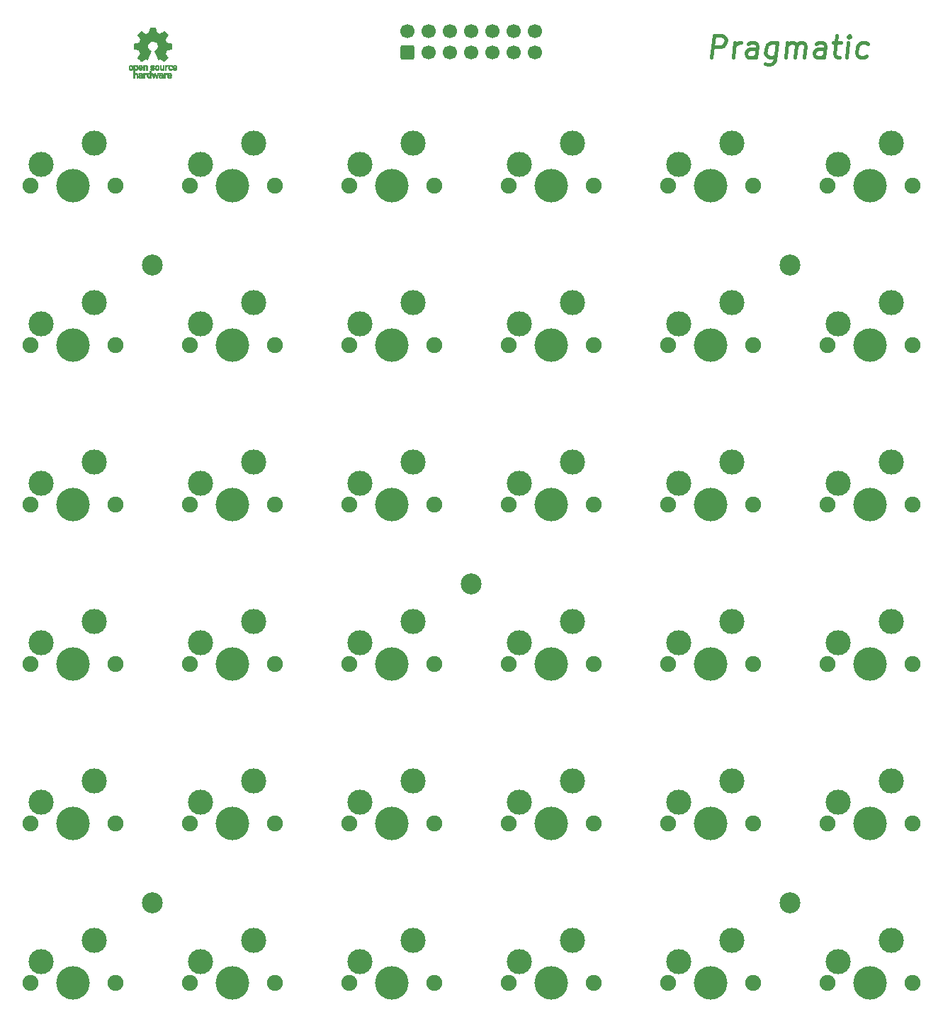
<source format=gts>
%TF.GenerationSoftware,KiCad,Pcbnew,(6.0.5-0)*%
%TF.CreationDate,2022-06-17T01:41:07+08:00*%
%TF.ProjectId,Pragmatic,50726167-6d61-4746-9963-2e6b69636164,3*%
%TF.SameCoordinates,PX9157080PY3680a30*%
%TF.FileFunction,Soldermask,Top*%
%TF.FilePolarity,Negative*%
%FSLAX46Y46*%
G04 Gerber Fmt 4.6, Leading zero omitted, Abs format (unit mm)*
G04 Created by KiCad (PCBNEW (6.0.5-0)) date 2022-06-17 01:41:07*
%MOMM*%
%LPD*%
G01*
G04 APERTURE LIST*
G04 Aperture macros list*
%AMRoundRect*
0 Rectangle with rounded corners*
0 $1 Rounding radius*
0 $2 $3 $4 $5 $6 $7 $8 $9 X,Y pos of 4 corners*
0 Add a 4 corners polygon primitive as box body*
4,1,4,$2,$3,$4,$5,$6,$7,$8,$9,$2,$3,0*
0 Add four circle primitives for the rounded corners*
1,1,$1+$1,$2,$3*
1,1,$1+$1,$4,$5*
1,1,$1+$1,$6,$7*
1,1,$1+$1,$8,$9*
0 Add four rect primitives between the rounded corners*
20,1,$1+$1,$2,$3,$4,$5,0*
20,1,$1+$1,$4,$5,$6,$7,0*
20,1,$1+$1,$6,$7,$8,$9,0*
20,1,$1+$1,$8,$9,$2,$3,0*%
G04 Aperture macros list end*
%ADD10C,0.457200*%
%ADD11C,0.010000*%
%ADD12RoundRect,0.250000X0.600000X-0.600000X0.600000X0.600000X-0.600000X0.600000X-0.600000X-0.600000X0*%
%ADD13C,1.700000*%
%ADD14C,4.000000*%
%ADD15C,1.900000*%
%ADD16C,3.000000*%
%ADD17C,2.500000*%
G04 APERTURE END LIST*
D10*
X-18961450Y15337972D02*
X-18637600Y17928772D01*
X-17650628Y17928772D01*
X-17419307Y17805400D01*
X-17311357Y17682029D01*
X-17218828Y17435286D01*
X-17265093Y17065172D01*
X-17419307Y16818429D01*
X-17558100Y16695058D01*
X-17820264Y16571686D01*
X-18807235Y16571686D01*
X-16370650Y15337972D02*
X-16154750Y17065172D01*
X-16216435Y16571686D02*
X-16062221Y16818429D01*
X-15923428Y16941800D01*
X-15661264Y17065172D01*
X-15414521Y17065172D01*
X-13656478Y15337972D02*
X-13486843Y16695058D01*
X-13579371Y16941800D01*
X-13810693Y17065172D01*
X-14304178Y17065172D01*
X-14566343Y16941800D01*
X-13641057Y15461343D02*
X-13903221Y15337972D01*
X-14520078Y15337972D01*
X-14751400Y15461343D01*
X-14843928Y15708086D01*
X-14813085Y15954829D01*
X-14658871Y16201572D01*
X-14396707Y16324943D01*
X-13779850Y16324943D01*
X-13517685Y16448315D01*
X-11096521Y17065172D02*
X-11358685Y14967858D01*
X-11512900Y14721115D01*
X-11651693Y14597743D01*
X-11913857Y14474372D01*
X-12283971Y14474372D01*
X-12515293Y14597743D01*
X-11297000Y15461343D02*
X-11559164Y15337972D01*
X-12052650Y15337972D01*
X-12283971Y15461343D01*
X-12391921Y15584715D01*
X-12484450Y15831458D01*
X-12391921Y16571686D01*
X-12237707Y16818429D01*
X-12098914Y16941800D01*
X-11836750Y17065172D01*
X-11343264Y17065172D01*
X-11111943Y16941800D01*
X-10078707Y15337972D02*
X-9862807Y17065172D01*
X-9893650Y16818429D02*
X-9754857Y16941800D01*
X-9492693Y17065172D01*
X-9122578Y17065172D01*
X-8891257Y16941800D01*
X-8798728Y16695058D01*
X-8968364Y15337972D01*
X-8798728Y16695058D02*
X-8644514Y16941800D01*
X-8382350Y17065172D01*
X-8012235Y17065172D01*
X-7780914Y16941800D01*
X-7688385Y16695058D01*
X-7858021Y15337972D01*
X-5513964Y15337972D02*
X-5344328Y16695058D01*
X-5436857Y16941800D01*
X-5668178Y17065172D01*
X-6161664Y17065172D01*
X-6423828Y16941800D01*
X-5498543Y15461343D02*
X-5760707Y15337972D01*
X-6377564Y15337972D01*
X-6608885Y15461343D01*
X-6701414Y15708086D01*
X-6670571Y15954829D01*
X-6516357Y16201572D01*
X-6254193Y16324943D01*
X-5637335Y16324943D01*
X-5375171Y16448315D01*
X-4434464Y17065172D02*
X-3447493Y17065172D01*
X-3956400Y17928772D02*
X-4233985Y15708086D01*
X-4141457Y15461343D01*
X-3910135Y15337972D01*
X-3663393Y15337972D01*
X-2799793Y15337972D02*
X-2583893Y17065172D01*
X-2475943Y17928772D02*
X-2614735Y17805400D01*
X-2506785Y17682029D01*
X-2367993Y17805400D01*
X-2475943Y17928772D01*
X-2506785Y17682029D01*
X-440314Y15461343D02*
X-702478Y15337972D01*
X-1195964Y15337972D01*
X-1427285Y15461343D01*
X-1535235Y15584715D01*
X-1627764Y15831458D01*
X-1535235Y16571686D01*
X-1381021Y16818429D01*
X-1242228Y16941800D01*
X-980064Y17065172D01*
X-486578Y17065172D01*
X-255257Y16941800D01*
G36*
X-84734763Y14216695D02*
G01*
X-84733575Y14124474D01*
X-84729233Y14054427D01*
X-84720572Y14003656D01*
X-84706426Y13969265D01*
X-84685630Y13948358D01*
X-84657020Y13938037D01*
X-84621595Y13935401D01*
X-84584494Y13938355D01*
X-84556312Y13949148D01*
X-84535887Y13970677D01*
X-84522051Y14005838D01*
X-84513639Y14057527D01*
X-84509487Y14128643D01*
X-84508427Y14216695D01*
X-84508427Y14412423D01*
X-84370110Y14412423D01*
X-84370110Y13808858D01*
X-84439268Y13808858D01*
X-84480960Y13810548D01*
X-84502429Y13816481D01*
X-84508427Y13827744D01*
X-84512039Y13837776D01*
X-84526416Y13835654D01*
X-84555394Y13821457D01*
X-84621811Y13799557D01*
X-84692255Y13801109D01*
X-84759753Y13824890D01*
X-84791897Y13843675D01*
X-84816415Y13864015D01*
X-84834326Y13889464D01*
X-84846651Y13923579D01*
X-84854407Y13969916D01*
X-84858614Y14032030D01*
X-84860290Y14113476D01*
X-84860506Y14176459D01*
X-84860506Y14412423D01*
X-84734763Y14412423D01*
X-84734763Y14216695D01*
G37*
D11*
X-84734763Y14216695D02*
X-84733575Y14124474D01*
X-84729233Y14054427D01*
X-84720572Y14003656D01*
X-84706426Y13969265D01*
X-84685630Y13948358D01*
X-84657020Y13938037D01*
X-84621595Y13935401D01*
X-84584494Y13938355D01*
X-84556312Y13949148D01*
X-84535887Y13970677D01*
X-84522051Y14005838D01*
X-84513639Y14057527D01*
X-84509487Y14128643D01*
X-84508427Y14216695D01*
X-84508427Y14412423D01*
X-84370110Y14412423D01*
X-84370110Y13808858D01*
X-84439268Y13808858D01*
X-84480960Y13810548D01*
X-84502429Y13816481D01*
X-84508427Y13827744D01*
X-84512039Y13837776D01*
X-84526416Y13835654D01*
X-84555394Y13821457D01*
X-84621811Y13799557D01*
X-84692255Y13801109D01*
X-84759753Y13824890D01*
X-84791897Y13843675D01*
X-84816415Y13864015D01*
X-84834326Y13889464D01*
X-84846651Y13923579D01*
X-84854407Y13969916D01*
X-84858614Y14032030D01*
X-84860290Y14113476D01*
X-84860506Y14176459D01*
X-84860506Y14412423D01*
X-84734763Y14412423D01*
X-84734763Y14216695D01*
G36*
X-86414664Y13212437D02*
G01*
X-86408514Y13294019D01*
X-86395733Y13355270D01*
X-86374471Y13400551D01*
X-86342878Y13434221D01*
X-86312207Y13453986D01*
X-86269354Y13467880D01*
X-86216056Y13472646D01*
X-86161480Y13468764D01*
X-86114792Y13456718D01*
X-86090124Y13442307D01*
X-86064505Y13419122D01*
X-86064505Y13712227D01*
X-85926188Y13712227D01*
X-85926188Y12857178D01*
X-85995346Y12857178D01*
X-86035488Y12858355D01*
X-86056394Y12863228D01*
X-86063922Y12873814D01*
X-86064505Y12880971D01*
X-86065774Y12895324D01*
X-86073779Y12898077D01*
X-86094815Y12889229D01*
X-86111173Y12880971D01*
X-86173977Y12861403D01*
X-86242248Y12860271D01*
X-86297752Y12874865D01*
X-86349438Y12910123D01*
X-86388838Y12962165D01*
X-86410413Y13023550D01*
X-86410962Y13026982D01*
X-86414167Y13064429D01*
X-86415761Y13118187D01*
X-86415633Y13158845D01*
X-86278279Y13158845D01*
X-86275097Y13104806D01*
X-86267859Y13060265D01*
X-86258060Y13035112D01*
X-86220989Y13000740D01*
X-86176974Y12988418D01*
X-86131584Y12998382D01*
X-86092797Y13028105D01*
X-86078108Y13048095D01*
X-86069519Y13071950D01*
X-86065496Y13106770D01*
X-86064505Y13159070D01*
X-86066278Y13210861D01*
X-86070963Y13256366D01*
X-86077603Y13286819D01*
X-86078710Y13289548D01*
X-86105491Y13322000D01*
X-86144579Y13339817D01*
X-86188315Y13342694D01*
X-86229038Y13330326D01*
X-86259087Y13302407D01*
X-86262204Y13296852D01*
X-86271961Y13262978D01*
X-86277277Y13214272D01*
X-86278279Y13158845D01*
X-86415633Y13158845D01*
X-86415568Y13179460D01*
X-86414664Y13212437D01*
G37*
X-86414664Y13212437D02*
X-86408514Y13294019D01*
X-86395733Y13355270D01*
X-86374471Y13400551D01*
X-86342878Y13434221D01*
X-86312207Y13453986D01*
X-86269354Y13467880D01*
X-86216056Y13472646D01*
X-86161480Y13468764D01*
X-86114792Y13456718D01*
X-86090124Y13442307D01*
X-86064505Y13419122D01*
X-86064505Y13712227D01*
X-85926188Y13712227D01*
X-85926188Y12857178D01*
X-85995346Y12857178D01*
X-86035488Y12858355D01*
X-86056394Y12863228D01*
X-86063922Y12873814D01*
X-86064505Y12880971D01*
X-86065774Y12895324D01*
X-86073779Y12898077D01*
X-86094815Y12889229D01*
X-86111173Y12880971D01*
X-86173977Y12861403D01*
X-86242248Y12860271D01*
X-86297752Y12874865D01*
X-86349438Y12910123D01*
X-86388838Y12962165D01*
X-86410413Y13023550D01*
X-86410962Y13026982D01*
X-86414167Y13064429D01*
X-86415761Y13118187D01*
X-86415633Y13158845D01*
X-86278279Y13158845D01*
X-86275097Y13104806D01*
X-86267859Y13060265D01*
X-86258060Y13035112D01*
X-86220989Y13000740D01*
X-86176974Y12988418D01*
X-86131584Y12998382D01*
X-86092797Y13028105D01*
X-86078108Y13048095D01*
X-86069519Y13071950D01*
X-86065496Y13106770D01*
X-86064505Y13159070D01*
X-86066278Y13210861D01*
X-86070963Y13256366D01*
X-86077603Y13286819D01*
X-86078710Y13289548D01*
X-86105491Y13322000D01*
X-86144579Y13339817D01*
X-86188315Y13342694D01*
X-86229038Y13330326D01*
X-86259087Y13302407D01*
X-86262204Y13296852D01*
X-86271961Y13262978D01*
X-86277277Y13214272D01*
X-86278279Y13158845D01*
X-86415633Y13158845D01*
X-86415568Y13179460D01*
X-86414664Y13212437D01*
G36*
X-85714113Y14414585D02*
G01*
X-85666496Y14405555D01*
X-85617096Y14386667D01*
X-85611818Y14384260D01*
X-85574356Y14364561D01*
X-85548413Y14346256D01*
X-85540027Y14334529D01*
X-85548013Y14315405D01*
X-85567410Y14287187D01*
X-85576020Y14276653D01*
X-85611502Y14235190D01*
X-85657245Y14262179D01*
X-85700780Y14280159D01*
X-85751080Y14289770D01*
X-85799318Y14290377D01*
X-85836663Y14281346D01*
X-85845625Y14275710D01*
X-85862693Y14249866D01*
X-85864767Y14220096D01*
X-85851996Y14196840D01*
X-85844442Y14192329D01*
X-85821805Y14186728D01*
X-85782015Y14180145D01*
X-85732964Y14173854D01*
X-85723915Y14172867D01*
X-85645134Y14159239D01*
X-85587994Y14136091D01*
X-85550100Y14101285D01*
X-85529051Y14052683D01*
X-85522495Y13993319D01*
X-85531553Y13925839D01*
X-85560966Y13872849D01*
X-85610852Y13834254D01*
X-85681330Y13809956D01*
X-85759565Y13800370D01*
X-85823364Y13800485D01*
X-85875114Y13809192D01*
X-85910457Y13821212D01*
X-85955113Y13842157D01*
X-85996383Y13866463D01*
X-86011051Y13877161D01*
X-86048773Y13907953D01*
X-86003278Y13953988D01*
X-85957783Y14000024D01*
X-85906058Y13965794D01*
X-85854178Y13940085D01*
X-85798779Y13926638D01*
X-85745525Y13925219D01*
X-85700081Y13935594D01*
X-85668114Y13957530D01*
X-85657792Y13976039D01*
X-85659341Y14005723D01*
X-85684990Y14028422D01*
X-85734670Y14044097D01*
X-85789099Y14051342D01*
X-85872866Y14065164D01*
X-85935097Y14091241D01*
X-85976623Y14130338D01*
X-85998277Y14183217D01*
X-86001277Y14245911D01*
X-85986459Y14311395D01*
X-85952676Y14360893D01*
X-85899625Y14394629D01*
X-85827004Y14412830D01*
X-85773202Y14416398D01*
X-85714113Y14414585D01*
G37*
X-85714113Y14414585D02*
X-85666496Y14405555D01*
X-85617096Y14386667D01*
X-85611818Y14384260D01*
X-85574356Y14364561D01*
X-85548413Y14346256D01*
X-85540027Y14334529D01*
X-85548013Y14315405D01*
X-85567410Y14287187D01*
X-85576020Y14276653D01*
X-85611502Y14235190D01*
X-85657245Y14262179D01*
X-85700780Y14280159D01*
X-85751080Y14289770D01*
X-85799318Y14290377D01*
X-85836663Y14281346D01*
X-85845625Y14275710D01*
X-85862693Y14249866D01*
X-85864767Y14220096D01*
X-85851996Y14196840D01*
X-85844442Y14192329D01*
X-85821805Y14186728D01*
X-85782015Y14180145D01*
X-85732964Y14173854D01*
X-85723915Y14172867D01*
X-85645134Y14159239D01*
X-85587994Y14136091D01*
X-85550100Y14101285D01*
X-85529051Y14052683D01*
X-85522495Y13993319D01*
X-85531553Y13925839D01*
X-85560966Y13872849D01*
X-85610852Y13834254D01*
X-85681330Y13809956D01*
X-85759565Y13800370D01*
X-85823364Y13800485D01*
X-85875114Y13809192D01*
X-85910457Y13821212D01*
X-85955113Y13842157D01*
X-85996383Y13866463D01*
X-86011051Y13877161D01*
X-86048773Y13907953D01*
X-86003278Y13953988D01*
X-85957783Y14000024D01*
X-85906058Y13965794D01*
X-85854178Y13940085D01*
X-85798779Y13926638D01*
X-85745525Y13925219D01*
X-85700081Y13935594D01*
X-85668114Y13957530D01*
X-85657792Y13976039D01*
X-85659341Y14005723D01*
X-85684990Y14028422D01*
X-85734670Y14044097D01*
X-85789099Y14051342D01*
X-85872866Y14065164D01*
X-85935097Y14091241D01*
X-85976623Y14130338D01*
X-85998277Y14183217D01*
X-86001277Y14245911D01*
X-85986459Y14311395D01*
X-85952676Y14360893D01*
X-85899625Y14394629D01*
X-85827004Y14412830D01*
X-85773202Y14416398D01*
X-85714113Y14414585D01*
G36*
X-84991467Y13135793D02*
G01*
X-84960506Y13174457D01*
X-84941754Y13191173D01*
X-84923397Y13202159D01*
X-84899511Y13208857D01*
X-84864173Y13212711D01*
X-84811461Y13215164D01*
X-84790553Y13215869D01*
X-84659318Y13220158D01*
X-84659510Y13259879D01*
X-84664593Y13301632D01*
X-84682968Y13326879D01*
X-84720091Y13343007D01*
X-84721087Y13343295D01*
X-84773720Y13349637D01*
X-84825224Y13341353D01*
X-84863500Y13321210D01*
X-84878858Y13311264D01*
X-84895400Y13312640D01*
X-84920855Y13327050D01*
X-84935802Y13337220D01*
X-84965039Y13358949D01*
X-84983150Y13375237D01*
X-84986056Y13379900D01*
X-84974090Y13404032D01*
X-84938734Y13432852D01*
X-84923377Y13442576D01*
X-84879229Y13459323D01*
X-84819732Y13468810D01*
X-84753643Y13470942D01*
X-84689719Y13465620D01*
X-84636719Y13452747D01*
X-84621399Y13445927D01*
X-84591702Y13428063D01*
X-84568910Y13407944D01*
X-84552047Y13382075D01*
X-84540132Y13346964D01*
X-84532188Y13299117D01*
X-84527236Y13235041D01*
X-84524299Y13151243D01*
X-84523183Y13095269D01*
X-84519078Y12853215D01*
X-84589198Y12853215D01*
X-84631737Y12854999D01*
X-84653654Y12861095D01*
X-84659318Y12871331D01*
X-84662309Y12882400D01*
X-84675679Y12880283D01*
X-84693897Y12871408D01*
X-84739506Y12857804D01*
X-84798123Y12854138D01*
X-84859776Y12860134D01*
X-84914492Y12875516D01*
X-84919400Y12877651D01*
X-84969407Y12912782D01*
X-85002374Y12961618D01*
X-85017543Y13018704D01*
X-85016384Y13039213D01*
X-84892622Y13039213D01*
X-84881717Y13011612D01*
X-84849385Y12991833D01*
X-84797220Y12981218D01*
X-84769343Y12979809D01*
X-84722883Y12983417D01*
X-84692001Y12997440D01*
X-84684466Y13004106D01*
X-84664054Y13040371D01*
X-84659318Y13073264D01*
X-84659318Y13117274D01*
X-84720617Y13117274D01*
X-84791874Y13113642D01*
X-84841854Y13102219D01*
X-84873434Y13082213D01*
X-84880504Y13073294D01*
X-84892622Y13039213D01*
X-85016384Y13039213D01*
X-85014159Y13078581D01*
X-84991467Y13135793D01*
G37*
X-84991467Y13135793D02*
X-84960506Y13174457D01*
X-84941754Y13191173D01*
X-84923397Y13202159D01*
X-84899511Y13208857D01*
X-84864173Y13212711D01*
X-84811461Y13215164D01*
X-84790553Y13215869D01*
X-84659318Y13220158D01*
X-84659510Y13259879D01*
X-84664593Y13301632D01*
X-84682968Y13326879D01*
X-84720091Y13343007D01*
X-84721087Y13343295D01*
X-84773720Y13349637D01*
X-84825224Y13341353D01*
X-84863500Y13321210D01*
X-84878858Y13311264D01*
X-84895400Y13312640D01*
X-84920855Y13327050D01*
X-84935802Y13337220D01*
X-84965039Y13358949D01*
X-84983150Y13375237D01*
X-84986056Y13379900D01*
X-84974090Y13404032D01*
X-84938734Y13432852D01*
X-84923377Y13442576D01*
X-84879229Y13459323D01*
X-84819732Y13468810D01*
X-84753643Y13470942D01*
X-84689719Y13465620D01*
X-84636719Y13452747D01*
X-84621399Y13445927D01*
X-84591702Y13428063D01*
X-84568910Y13407944D01*
X-84552047Y13382075D01*
X-84540132Y13346964D01*
X-84532188Y13299117D01*
X-84527236Y13235041D01*
X-84524299Y13151243D01*
X-84523183Y13095269D01*
X-84519078Y12853215D01*
X-84589198Y12853215D01*
X-84631737Y12854999D01*
X-84653654Y12861095D01*
X-84659318Y12871331D01*
X-84662309Y12882400D01*
X-84675679Y12880283D01*
X-84693897Y12871408D01*
X-84739506Y12857804D01*
X-84798123Y12854138D01*
X-84859776Y12860134D01*
X-84914492Y12875516D01*
X-84919400Y12877651D01*
X-84969407Y12912782D01*
X-85002374Y12961618D01*
X-85017543Y13018704D01*
X-85016384Y13039213D01*
X-84892622Y13039213D01*
X-84881717Y13011612D01*
X-84849385Y12991833D01*
X-84797220Y12981218D01*
X-84769343Y12979809D01*
X-84722883Y12983417D01*
X-84692001Y12997440D01*
X-84684466Y13004106D01*
X-84664054Y13040371D01*
X-84659318Y13073264D01*
X-84659318Y13117274D01*
X-84720617Y13117274D01*
X-84791874Y13113642D01*
X-84841854Y13102219D01*
X-84873434Y13082213D01*
X-84880504Y13073294D01*
X-84892622Y13039213D01*
X-85016384Y13039213D01*
X-85014159Y13078581D01*
X-84991467Y13135793D01*
G36*
X-85442742Y14260536D02*
G01*
X-85409101Y14328507D01*
X-85359112Y14377373D01*
X-85292774Y14407138D01*
X-85278529Y14410589D01*
X-85192920Y14418692D01*
X-85117368Y14404982D01*
X-85053767Y14370345D01*
X-85004007Y14315665D01*
X-84980562Y14271195D01*
X-84970496Y14231916D01*
X-84963974Y14175921D01*
X-84961179Y14111416D01*
X-84962294Y14046608D01*
X-84967504Y13989703D01*
X-84973589Y13959310D01*
X-84994116Y13917731D01*
X-85029667Y13873569D01*
X-85072511Y13834950D01*
X-85114919Y13810003D01*
X-85115953Y13809607D01*
X-85168577Y13798706D01*
X-85230942Y13798436D01*
X-85290206Y13808361D01*
X-85313090Y13816315D01*
X-85372028Y13849737D01*
X-85414240Y13893526D01*
X-85441974Y13951499D01*
X-85457479Y14027472D01*
X-85460987Y14067266D01*
X-85460540Y14117271D01*
X-85325754Y14117271D01*
X-85321213Y14044305D01*
X-85308144Y13988703D01*
X-85287374Y13953176D01*
X-85272578Y13943017D01*
X-85234666Y13935933D01*
X-85189603Y13938030D01*
X-85150643Y13948225D01*
X-85140426Y13953833D01*
X-85113471Y13986499D01*
X-85095679Y14036492D01*
X-85088106Y14097332D01*
X-85091805Y14162540D01*
X-85100073Y14201784D01*
X-85123810Y14247232D01*
X-85161281Y14275641D01*
X-85206410Y14285464D01*
X-85253119Y14275150D01*
X-85288998Y14249925D01*
X-85307853Y14229112D01*
X-85318858Y14208598D01*
X-85324104Y14180834D01*
X-85325681Y14138275D01*
X-85325754Y14117271D01*
X-85460540Y14117271D01*
X-85460036Y14173457D01*
X-85442742Y14260536D01*
G37*
X-85442742Y14260536D02*
X-85409101Y14328507D01*
X-85359112Y14377373D01*
X-85292774Y14407138D01*
X-85278529Y14410589D01*
X-85192920Y14418692D01*
X-85117368Y14404982D01*
X-85053767Y14370345D01*
X-85004007Y14315665D01*
X-84980562Y14271195D01*
X-84970496Y14231916D01*
X-84963974Y14175921D01*
X-84961179Y14111416D01*
X-84962294Y14046608D01*
X-84967504Y13989703D01*
X-84973589Y13959310D01*
X-84994116Y13917731D01*
X-85029667Y13873569D01*
X-85072511Y13834950D01*
X-85114919Y13810003D01*
X-85115953Y13809607D01*
X-85168577Y13798706D01*
X-85230942Y13798436D01*
X-85290206Y13808361D01*
X-85313090Y13816315D01*
X-85372028Y13849737D01*
X-85414240Y13893526D01*
X-85441974Y13951499D01*
X-85457479Y14027472D01*
X-85460987Y14067266D01*
X-85460540Y14117271D01*
X-85325754Y14117271D01*
X-85321213Y14044305D01*
X-85308144Y13988703D01*
X-85287374Y13953176D01*
X-85272578Y13943017D01*
X-85234666Y13935933D01*
X-85189603Y13938030D01*
X-85150643Y13948225D01*
X-85140426Y13953833D01*
X-85113471Y13986499D01*
X-85095679Y14036492D01*
X-85088106Y14097332D01*
X-85091805Y14162540D01*
X-85100073Y14201784D01*
X-85123810Y14247232D01*
X-85161281Y14275641D01*
X-85206410Y14285464D01*
X-85253119Y14275150D01*
X-85288998Y14249925D01*
X-85307853Y14229112D01*
X-85318858Y14208598D01*
X-85324104Y14180834D01*
X-85325681Y14138275D01*
X-85325754Y14117271D01*
X-85460540Y14117271D01*
X-85460036Y14173457D01*
X-85442742Y14260536D01*
G36*
X-86721486Y13468017D02*
G01*
X-86702669Y13462377D01*
X-86696603Y13449984D01*
X-86696348Y13444390D01*
X-86695259Y13428807D01*
X-86687762Y13426361D01*
X-86667511Y13437044D01*
X-86655481Y13444343D01*
X-86617530Y13459974D01*
X-86572202Y13467703D01*
X-86524674Y13468297D01*
X-86480125Y13462524D01*
X-86443732Y13451153D01*
X-86420673Y13434949D01*
X-86416126Y13414682D01*
X-86418421Y13409194D01*
X-86435150Y13386411D01*
X-86461093Y13358390D01*
X-86465785Y13353860D01*
X-86490513Y13333032D01*
X-86511848Y13326302D01*
X-86541685Y13330999D01*
X-86553638Y13334120D01*
X-86590835Y13341616D01*
X-86616989Y13338245D01*
X-86639076Y13326356D01*
X-86659308Y13310402D01*
X-86674209Y13290337D01*
X-86684564Y13262335D01*
X-86691159Y13222570D01*
X-86694779Y13167214D01*
X-86696208Y13092443D01*
X-86696348Y13047297D01*
X-86696348Y12853215D01*
X-86822090Y12853215D01*
X-86822090Y13469354D01*
X-86759219Y13469354D01*
X-86721486Y13468017D01*
G37*
X-86721486Y13468017D02*
X-86702669Y13462377D01*
X-86696603Y13449984D01*
X-86696348Y13444390D01*
X-86695259Y13428807D01*
X-86687762Y13426361D01*
X-86667511Y13437044D01*
X-86655481Y13444343D01*
X-86617530Y13459974D01*
X-86572202Y13467703D01*
X-86524674Y13468297D01*
X-86480125Y13462524D01*
X-86443732Y13451153D01*
X-86420673Y13434949D01*
X-86416126Y13414682D01*
X-86418421Y13409194D01*
X-86435150Y13386411D01*
X-86461093Y13358390D01*
X-86465785Y13353860D01*
X-86490513Y13333032D01*
X-86511848Y13326302D01*
X-86541685Y13330999D01*
X-86553638Y13334120D01*
X-86590835Y13341616D01*
X-86616989Y13338245D01*
X-86639076Y13326356D01*
X-86659308Y13310402D01*
X-86674209Y13290337D01*
X-86684564Y13262335D01*
X-86691159Y13222570D01*
X-86694779Y13167214D01*
X-86696208Y13092443D01*
X-86696348Y13047297D01*
X-86696348Y12853215D01*
X-86822090Y12853215D01*
X-86822090Y13469354D01*
X-86759219Y13469354D01*
X-86721486Y13468017D01*
G36*
X-87408840Y13147192D02*
G01*
X-87365078Y13189390D01*
X-87359029Y13193229D01*
X-87333037Y13205728D01*
X-87300865Y13213297D01*
X-87255890Y13216976D01*
X-87202461Y13217821D01*
X-87086150Y13217868D01*
X-87086150Y13266626D01*
X-87091083Y13304456D01*
X-87103673Y13329801D01*
X-87105147Y13331150D01*
X-87133164Y13342237D01*
X-87175456Y13346534D01*
X-87222194Y13344422D01*
X-87263548Y13336281D01*
X-87288087Y13324072D01*
X-87301383Y13314291D01*
X-87315424Y13312424D01*
X-87334801Y13320437D01*
X-87364106Y13340298D01*
X-87407933Y13373974D01*
X-87411955Y13377128D01*
X-87409894Y13388801D01*
X-87392698Y13408215D01*
X-87366563Y13429789D01*
X-87337682Y13447941D01*
X-87328608Y13452228D01*
X-87295510Y13460781D01*
X-87247010Y13466882D01*
X-87192825Y13469329D01*
X-87190291Y13469334D01*
X-87112340Y13464482D01*
X-87053185Y13448698D01*
X-87008153Y13420089D01*
X-86976376Y13382618D01*
X-86966496Y13366626D01*
X-86959203Y13349874D01*
X-86954104Y13328445D01*
X-86950809Y13298421D01*
X-86948927Y13255883D01*
X-86948067Y13196915D01*
X-86947837Y13117597D01*
X-86947833Y13096553D01*
X-86947833Y12853215D01*
X-87008189Y12853215D01*
X-87046687Y12855911D01*
X-87075153Y12862742D01*
X-87082285Y12866954D01*
X-87101782Y12874224D01*
X-87121696Y12866954D01*
X-87154483Y12857877D01*
X-87202108Y12854224D01*
X-87254894Y12855809D01*
X-87303166Y12862448D01*
X-87331348Y12870965D01*
X-87385883Y12905974D01*
X-87419965Y12954558D01*
X-87435287Y13019155D01*
X-87435429Y13020814D01*
X-87434085Y13049471D01*
X-87312486Y13049471D01*
X-87301856Y13016876D01*
X-87284540Y12998532D01*
X-87249782Y12984658D01*
X-87203903Y12979120D01*
X-87157118Y12981846D01*
X-87119644Y12992763D01*
X-87109145Y12999768D01*
X-87090798Y13032133D01*
X-87086150Y13068926D01*
X-87086150Y13117274D01*
X-87155712Y13117274D01*
X-87221797Y13112187D01*
X-87271894Y13097774D01*
X-87303059Y13075308D01*
X-87312486Y13049471D01*
X-87434085Y13049471D01*
X-87432117Y13091390D01*
X-87408840Y13147192D01*
G37*
X-87408840Y13147192D02*
X-87365078Y13189390D01*
X-87359029Y13193229D01*
X-87333037Y13205728D01*
X-87300865Y13213297D01*
X-87255890Y13216976D01*
X-87202461Y13217821D01*
X-87086150Y13217868D01*
X-87086150Y13266626D01*
X-87091083Y13304456D01*
X-87103673Y13329801D01*
X-87105147Y13331150D01*
X-87133164Y13342237D01*
X-87175456Y13346534D01*
X-87222194Y13344422D01*
X-87263548Y13336281D01*
X-87288087Y13324072D01*
X-87301383Y13314291D01*
X-87315424Y13312424D01*
X-87334801Y13320437D01*
X-87364106Y13340298D01*
X-87407933Y13373974D01*
X-87411955Y13377128D01*
X-87409894Y13388801D01*
X-87392698Y13408215D01*
X-87366563Y13429789D01*
X-87337682Y13447941D01*
X-87328608Y13452228D01*
X-87295510Y13460781D01*
X-87247010Y13466882D01*
X-87192825Y13469329D01*
X-87190291Y13469334D01*
X-87112340Y13464482D01*
X-87053185Y13448698D01*
X-87008153Y13420089D01*
X-86976376Y13382618D01*
X-86966496Y13366626D01*
X-86959203Y13349874D01*
X-86954104Y13328445D01*
X-86950809Y13298421D01*
X-86948927Y13255883D01*
X-86948067Y13196915D01*
X-86947837Y13117597D01*
X-86947833Y13096553D01*
X-86947833Y12853215D01*
X-87008189Y12853215D01*
X-87046687Y12855911D01*
X-87075153Y12862742D01*
X-87082285Y12866954D01*
X-87101782Y12874224D01*
X-87121696Y12866954D01*
X-87154483Y12857877D01*
X-87202108Y12854224D01*
X-87254894Y12855809D01*
X-87303166Y12862448D01*
X-87331348Y12870965D01*
X-87385883Y12905974D01*
X-87419965Y12954558D01*
X-87435287Y13019155D01*
X-87435429Y13020814D01*
X-87434085Y13049471D01*
X-87312486Y13049471D01*
X-87301856Y13016876D01*
X-87284540Y12998532D01*
X-87249782Y12984658D01*
X-87203903Y12979120D01*
X-87157118Y12981846D01*
X-87119644Y12992763D01*
X-87109145Y12999768D01*
X-87090798Y13032133D01*
X-87086150Y13068926D01*
X-87086150Y13117274D01*
X-87155712Y13117274D01*
X-87221797Y13112187D01*
X-87271894Y13097774D01*
X-87303059Y13075308D01*
X-87312486Y13049471D01*
X-87434085Y13049471D01*
X-87432117Y13091390D01*
X-87408840Y13147192D01*
G36*
X-87394168Y14311012D02*
G01*
X-87361937Y14350398D01*
X-87302347Y14393106D01*
X-87232298Y14415928D01*
X-87157791Y14417991D01*
X-87084829Y14398423D01*
X-87072298Y14392523D01*
X-87028929Y14360754D01*
X-86987920Y14314391D01*
X-86957298Y14263341D01*
X-86948589Y14239871D01*
X-86940642Y14197946D01*
X-86935904Y14147280D01*
X-86935329Y14126358D01*
X-86935259Y14060344D01*
X-87315213Y14060344D01*
X-87307113Y14025764D01*
X-87287234Y13984867D01*
X-87252477Y13949523D01*
X-87211128Y13926755D01*
X-87184779Y13922027D01*
X-87149046Y13927764D01*
X-87106412Y13942155D01*
X-87091929Y13948775D01*
X-87038370Y13975524D01*
X-86992663Y13940661D01*
X-86966288Y13917082D01*
X-86952254Y13897620D01*
X-86951544Y13891908D01*
X-86964081Y13878064D01*
X-86991558Y13857025D01*
X-87016496Y13840612D01*
X-87083794Y13811107D01*
X-87159240Y13797753D01*
X-87234018Y13801225D01*
X-87293625Y13819374D01*
X-87355071Y13858253D01*
X-87398738Y13909442D01*
X-87426056Y13975670D01*
X-87438452Y14059666D01*
X-87439551Y14098101D01*
X-87435152Y14186176D01*
X-87434612Y14188738D01*
X-87308712Y14188738D01*
X-87305245Y14180479D01*
X-87290993Y14175924D01*
X-87261600Y14173972D01*
X-87212705Y14173520D01*
X-87193878Y14173512D01*
X-87136597Y14174194D01*
X-87100271Y14176673D01*
X-87080734Y14181594D01*
X-87073820Y14189603D01*
X-87073575Y14192175D01*
X-87081466Y14212614D01*
X-87101215Y14241248D01*
X-87109705Y14251274D01*
X-87141224Y14279629D01*
X-87174079Y14290778D01*
X-87191781Y14291710D01*
X-87239669Y14280056D01*
X-87279829Y14248752D01*
X-87305303Y14203285D01*
X-87305755Y14201804D01*
X-87308712Y14188738D01*
X-87434612Y14188738D01*
X-87420522Y14255527D01*
X-87394168Y14311012D01*
G37*
X-87394168Y14311012D02*
X-87361937Y14350398D01*
X-87302347Y14393106D01*
X-87232298Y14415928D01*
X-87157791Y14417991D01*
X-87084829Y14398423D01*
X-87072298Y14392523D01*
X-87028929Y14360754D01*
X-86987920Y14314391D01*
X-86957298Y14263341D01*
X-86948589Y14239871D01*
X-86940642Y14197946D01*
X-86935904Y14147280D01*
X-86935329Y14126358D01*
X-86935259Y14060344D01*
X-87315213Y14060344D01*
X-87307113Y14025764D01*
X-87287234Y13984867D01*
X-87252477Y13949523D01*
X-87211128Y13926755D01*
X-87184779Y13922027D01*
X-87149046Y13927764D01*
X-87106412Y13942155D01*
X-87091929Y13948775D01*
X-87038370Y13975524D01*
X-86992663Y13940661D01*
X-86966288Y13917082D01*
X-86952254Y13897620D01*
X-86951544Y13891908D01*
X-86964081Y13878064D01*
X-86991558Y13857025D01*
X-87016496Y13840612D01*
X-87083794Y13811107D01*
X-87159240Y13797753D01*
X-87234018Y13801225D01*
X-87293625Y13819374D01*
X-87355071Y13858253D01*
X-87398738Y13909442D01*
X-87426056Y13975670D01*
X-87438452Y14059666D01*
X-87439551Y14098101D01*
X-87435152Y14186176D01*
X-87434612Y14188738D01*
X-87308712Y14188738D01*
X-87305245Y14180479D01*
X-87290993Y14175924D01*
X-87261600Y14173972D01*
X-87212705Y14173520D01*
X-87193878Y14173512D01*
X-87136597Y14174194D01*
X-87100271Y14176673D01*
X-87080734Y14181594D01*
X-87073820Y14189603D01*
X-87073575Y14192175D01*
X-87081466Y14212614D01*
X-87101215Y14241248D01*
X-87109705Y14251274D01*
X-87141224Y14279629D01*
X-87174079Y14290778D01*
X-87191781Y14291710D01*
X-87239669Y14280056D01*
X-87279829Y14248752D01*
X-87305303Y14203285D01*
X-87305755Y14201804D01*
X-87308712Y14188738D01*
X-87434612Y14188738D01*
X-87420522Y14255527D01*
X-87394168Y14311012D01*
G36*
X-83928670Y14413007D02*
G01*
X-83885419Y14399792D01*
X-83857572Y14383096D01*
X-83848501Y14369892D01*
X-83850998Y14354240D01*
X-83867199Y14329652D01*
X-83880898Y14312237D01*
X-83909138Y14280754D01*
X-83930355Y14267508D01*
X-83948442Y14268373D01*
X-84002095Y14282027D01*
X-84041500Y14281407D01*
X-84073498Y14265933D01*
X-84084240Y14256876D01*
X-84118625Y14225010D01*
X-84118625Y13808858D01*
X-84256942Y13808858D01*
X-84256942Y14412423D01*
X-84187783Y14412423D01*
X-84146261Y14410781D01*
X-84124839Y14404950D01*
X-84118628Y14393576D01*
X-84118625Y14393239D01*
X-84115691Y14381324D01*
X-84102426Y14382878D01*
X-84084046Y14391474D01*
X-84046084Y14407469D01*
X-84015258Y14417092D01*
X-83975594Y14419559D01*
X-83928670Y14413007D01*
G37*
X-83928670Y14413007D02*
X-83885419Y14399792D01*
X-83857572Y14383096D01*
X-83848501Y14369892D01*
X-83850998Y14354240D01*
X-83867199Y14329652D01*
X-83880898Y14312237D01*
X-83909138Y14280754D01*
X-83930355Y14267508D01*
X-83948442Y14268373D01*
X-84002095Y14282027D01*
X-84041500Y14281407D01*
X-84073498Y14265933D01*
X-84084240Y14256876D01*
X-84118625Y14225010D01*
X-84118625Y13808858D01*
X-84256942Y13808858D01*
X-84256942Y14412423D01*
X-84187783Y14412423D01*
X-84146261Y14410781D01*
X-84124839Y14404950D01*
X-84118628Y14393576D01*
X-84118625Y14393239D01*
X-84115691Y14381324D01*
X-84102426Y14382878D01*
X-84084046Y14391474D01*
X-84046084Y14407469D01*
X-84015258Y14417092D01*
X-83975594Y14419559D01*
X-83928670Y14413007D01*
G36*
X-83299432Y14306846D02*
G01*
X-83253429Y14362258D01*
X-83195309Y14400028D01*
X-83126950Y14418141D01*
X-83050232Y14414580D01*
X-83018034Y14406758D01*
X-82956305Y14378116D01*
X-82903520Y14334370D01*
X-82866989Y14281920D01*
X-82861970Y14270144D01*
X-82855085Y14239297D01*
X-82850266Y14193666D01*
X-82848625Y14147545D01*
X-82848625Y14060344D01*
X-83030952Y14060344D01*
X-83106151Y14060059D01*
X-83159127Y14058333D01*
X-83192805Y14053856D01*
X-83210110Y14045317D01*
X-83213967Y14031407D01*
X-83207301Y14010815D01*
X-83195360Y13986722D01*
X-83162050Y13946512D01*
X-83115762Y13926479D01*
X-83059186Y13927132D01*
X-82995099Y13948936D01*
X-82939713Y13975844D01*
X-82893755Y13939505D01*
X-82847797Y13903165D01*
X-82891034Y13863218D01*
X-82948756Y13825474D01*
X-83019744Y13802717D01*
X-83096101Y13796349D01*
X-83169931Y13807769D01*
X-83181843Y13811644D01*
X-83246731Y13845531D01*
X-83295000Y13896051D01*
X-83327665Y13964712D01*
X-83345745Y14053023D01*
X-83345955Y14054916D01*
X-83347574Y14151159D01*
X-83341030Y14185495D01*
X-83213278Y14185495D01*
X-83201546Y14180215D01*
X-83169692Y14176170D01*
X-83122733Y14173861D01*
X-83092976Y14173512D01*
X-83037482Y14173731D01*
X-83002784Y14175121D01*
X-82984529Y14178786D01*
X-82978364Y14185827D01*
X-82979935Y14197347D01*
X-82981252Y14201804D01*
X-83003748Y14243682D01*
X-83039127Y14277433D01*
X-83070350Y14292264D01*
X-83111829Y14291369D01*
X-83153861Y14272873D01*
X-83189118Y14242251D01*
X-83210276Y14204975D01*
X-83213278Y14185495D01*
X-83341030Y14185495D01*
X-83331440Y14235808D01*
X-83299432Y14306846D01*
G37*
X-83299432Y14306846D02*
X-83253429Y14362258D01*
X-83195309Y14400028D01*
X-83126950Y14418141D01*
X-83050232Y14414580D01*
X-83018034Y14406758D01*
X-82956305Y14378116D01*
X-82903520Y14334370D01*
X-82866989Y14281920D01*
X-82861970Y14270144D01*
X-82855085Y14239297D01*
X-82850266Y14193666D01*
X-82848625Y14147545D01*
X-82848625Y14060344D01*
X-83030952Y14060344D01*
X-83106151Y14060059D01*
X-83159127Y14058333D01*
X-83192805Y14053856D01*
X-83210110Y14045317D01*
X-83213967Y14031407D01*
X-83207301Y14010815D01*
X-83195360Y13986722D01*
X-83162050Y13946512D01*
X-83115762Y13926479D01*
X-83059186Y13927132D01*
X-82995099Y13948936D01*
X-82939713Y13975844D01*
X-82893755Y13939505D01*
X-82847797Y13903165D01*
X-82891034Y13863218D01*
X-82948756Y13825474D01*
X-83019744Y13802717D01*
X-83096101Y13796349D01*
X-83169931Y13807769D01*
X-83181843Y13811644D01*
X-83246731Y13845531D01*
X-83295000Y13896051D01*
X-83327665Y13964712D01*
X-83345745Y14053023D01*
X-83345955Y14054916D01*
X-83347574Y14151159D01*
X-83341030Y14185495D01*
X-83213278Y14185495D01*
X-83201546Y14180215D01*
X-83169692Y14176170D01*
X-83122733Y14173861D01*
X-83092976Y14173512D01*
X-83037482Y14173731D01*
X-83002784Y14175121D01*
X-82984529Y14178786D01*
X-82978364Y14185827D01*
X-82979935Y14197347D01*
X-82981252Y14201804D01*
X-83003748Y14243682D01*
X-83039127Y14277433D01*
X-83070350Y14292264D01*
X-83111829Y14291369D01*
X-83153861Y14272873D01*
X-83189118Y14242251D01*
X-83210276Y14204975D01*
X-83213278Y14185495D01*
X-83341030Y14185495D01*
X-83331440Y14235808D01*
X-83299432Y14306846D01*
G36*
X-83964075Y13340088D02*
G01*
X-83927660Y13399774D01*
X-83875833Y13440488D01*
X-83808140Y13462858D01*
X-83771468Y13467166D01*
X-83695549Y13466067D01*
X-83635445Y13450440D01*
X-83585109Y13418189D01*
X-83560737Y13394097D01*
X-83520785Y13337142D01*
X-83497888Y13271072D01*
X-83490022Y13189855D01*
X-83489982Y13183289D01*
X-83489912Y13117274D01*
X-83869866Y13117274D01*
X-83861767Y13082695D01*
X-83847143Y13051378D01*
X-83821549Y13018746D01*
X-83816195Y13013537D01*
X-83770187Y12985343D01*
X-83717720Y12980562D01*
X-83657327Y12999111D01*
X-83647090Y13004106D01*
X-83615691Y13019292D01*
X-83594660Y13027943D01*
X-83590991Y13028744D01*
X-83578182Y13020974D01*
X-83553752Y13001965D01*
X-83541351Y12991577D01*
X-83515654Y12967716D01*
X-83507215Y12951960D01*
X-83513072Y12937466D01*
X-83516202Y12933503D01*
X-83537405Y12916158D01*
X-83572392Y12895078D01*
X-83596793Y12882772D01*
X-83666058Y12861091D01*
X-83742742Y12854066D01*
X-83815365Y12862390D01*
X-83835704Y12868351D01*
X-83898654Y12902085D01*
X-83945315Y12953992D01*
X-83975957Y13024578D01*
X-83990848Y13114345D01*
X-83992483Y13161284D01*
X-83987709Y13229624D01*
X-83867140Y13229624D01*
X-83855478Y13224572D01*
X-83824132Y13220608D01*
X-83778559Y13218269D01*
X-83747684Y13217868D01*
X-83692149Y13218254D01*
X-83657097Y13220062D01*
X-83637868Y13224264D01*
X-83629800Y13231834D01*
X-83628229Y13242819D01*
X-83639009Y13276656D01*
X-83666150Y13310097D01*
X-83701853Y13335765D01*
X-83737570Y13346265D01*
X-83786082Y13336951D01*
X-83828077Y13310024D01*
X-83857194Y13271210D01*
X-83867140Y13229624D01*
X-83987709Y13229624D01*
X-83985531Y13260801D01*
X-83964075Y13340088D01*
G37*
X-83964075Y13340088D02*
X-83927660Y13399774D01*
X-83875833Y13440488D01*
X-83808140Y13462858D01*
X-83771468Y13467166D01*
X-83695549Y13466067D01*
X-83635445Y13450440D01*
X-83585109Y13418189D01*
X-83560737Y13394097D01*
X-83520785Y13337142D01*
X-83497888Y13271072D01*
X-83490022Y13189855D01*
X-83489982Y13183289D01*
X-83489912Y13117274D01*
X-83869866Y13117274D01*
X-83861767Y13082695D01*
X-83847143Y13051378D01*
X-83821549Y13018746D01*
X-83816195Y13013537D01*
X-83770187Y12985343D01*
X-83717720Y12980562D01*
X-83657327Y12999111D01*
X-83647090Y13004106D01*
X-83615691Y13019292D01*
X-83594660Y13027943D01*
X-83590991Y13028744D01*
X-83578182Y13020974D01*
X-83553752Y13001965D01*
X-83541351Y12991577D01*
X-83515654Y12967716D01*
X-83507215Y12951960D01*
X-83513072Y12937466D01*
X-83516202Y12933503D01*
X-83537405Y12916158D01*
X-83572392Y12895078D01*
X-83596793Y12882772D01*
X-83666058Y12861091D01*
X-83742742Y12854066D01*
X-83815365Y12862390D01*
X-83835704Y12868351D01*
X-83898654Y12902085D01*
X-83945315Y12953992D01*
X-83975957Y13024578D01*
X-83990848Y13114345D01*
X-83992483Y13161284D01*
X-83987709Y13229624D01*
X-83867140Y13229624D01*
X-83855478Y13224572D01*
X-83824132Y13220608D01*
X-83778559Y13218269D01*
X-83747684Y13217868D01*
X-83692149Y13218254D01*
X-83657097Y13220062D01*
X-83637868Y13224264D01*
X-83629800Y13231834D01*
X-83628229Y13242819D01*
X-83639009Y13276656D01*
X-83666150Y13310097D01*
X-83701853Y13335765D01*
X-83737570Y13346265D01*
X-83786082Y13336951D01*
X-83828077Y13310024D01*
X-83857194Y13271210D01*
X-83867140Y13229624D01*
X-83987709Y13229624D01*
X-83985531Y13260801D01*
X-83964075Y13340088D01*
G36*
X-86482142Y14402035D02*
G01*
X-86450847Y14387087D01*
X-86420539Y14365496D01*
X-86397448Y14340646D01*
X-86380630Y14308950D01*
X-86369136Y14266823D01*
X-86362021Y14210679D01*
X-86358337Y14136931D01*
X-86357138Y14041993D01*
X-86357119Y14032052D01*
X-86356843Y13808858D01*
X-86495160Y13808858D01*
X-86495160Y14014619D01*
X-86495258Y14090848D01*
X-86495939Y14146098D01*
X-86497781Y14184536D01*
X-86501363Y14210331D01*
X-86507262Y14227653D01*
X-86516057Y14240669D01*
X-86528310Y14253530D01*
X-86571177Y14281164D01*
X-86617973Y14286292D01*
X-86662554Y14268820D01*
X-86678058Y14255816D01*
X-86689440Y14243590D01*
X-86697611Y14230497D01*
X-86703104Y14212422D01*
X-86706450Y14185250D01*
X-86708181Y14144867D01*
X-86708827Y14087158D01*
X-86708922Y14016905D01*
X-86708922Y13808858D01*
X-86847239Y13808858D01*
X-86847239Y14412423D01*
X-86778080Y14412423D01*
X-86736558Y14410781D01*
X-86715136Y14404950D01*
X-86708925Y14393576D01*
X-86708922Y14393239D01*
X-86706040Y14382099D01*
X-86693329Y14383363D01*
X-86668056Y14395603D01*
X-86610735Y14413613D01*
X-86545167Y14415616D01*
X-86482142Y14402035D01*
G37*
X-86482142Y14402035D02*
X-86450847Y14387087D01*
X-86420539Y14365496D01*
X-86397448Y14340646D01*
X-86380630Y14308950D01*
X-86369136Y14266823D01*
X-86362021Y14210679D01*
X-86358337Y14136931D01*
X-86357138Y14041993D01*
X-86357119Y14032052D01*
X-86356843Y13808858D01*
X-86495160Y13808858D01*
X-86495160Y14014619D01*
X-86495258Y14090848D01*
X-86495939Y14146098D01*
X-86497781Y14184536D01*
X-86501363Y14210331D01*
X-86507262Y14227653D01*
X-86516057Y14240669D01*
X-86528310Y14253530D01*
X-86571177Y14281164D01*
X-86617973Y14286292D01*
X-86662554Y14268820D01*
X-86678058Y14255816D01*
X-86689440Y14243590D01*
X-86697611Y14230497D01*
X-86703104Y14212422D01*
X-86706450Y14185250D01*
X-86708181Y14144867D01*
X-86708827Y14087158D01*
X-86708922Y14016905D01*
X-86708922Y13808858D01*
X-86847239Y13808858D01*
X-86847239Y14412423D01*
X-86778080Y14412423D01*
X-86736558Y14410781D01*
X-86715136Y14404950D01*
X-86708925Y14393576D01*
X-86708922Y14393239D01*
X-86706040Y14382099D01*
X-86693329Y14383363D01*
X-86668056Y14395603D01*
X-86610735Y14413613D01*
X-86545167Y14415616D01*
X-86482142Y14402035D01*
G36*
X-83510904Y14407157D02*
G01*
X-83438050Y14376207D01*
X-83415103Y14361142D01*
X-83385776Y14337989D01*
X-83367366Y14319784D01*
X-83364169Y14313854D01*
X-83373195Y14300697D01*
X-83396293Y14278370D01*
X-83414786Y14262787D01*
X-83465402Y14222111D01*
X-83505370Y14255742D01*
X-83536256Y14277453D01*
X-83566371Y14284947D01*
X-83600838Y14283117D01*
X-83655569Y14269509D01*
X-83693244Y14241265D01*
X-83716139Y14195604D01*
X-83726533Y14129748D01*
X-83726535Y14129706D01*
X-83725636Y14056098D01*
X-83711667Y14002091D01*
X-83683802Y13965321D01*
X-83664805Y13952869D01*
X-83614354Y13937364D01*
X-83560467Y13937354D01*
X-83513584Y13952399D01*
X-83502486Y13959750D01*
X-83474654Y13978526D01*
X-83452894Y13981603D01*
X-83429426Y13967628D01*
X-83403481Y13942527D01*
X-83362414Y13900157D01*
X-83408009Y13862573D01*
X-83478456Y13820155D01*
X-83557897Y13799252D01*
X-83640915Y13800765D01*
X-83695436Y13814626D01*
X-83759160Y13848902D01*
X-83810125Y13902825D01*
X-83833279Y13940888D01*
X-83852031Y13995501D01*
X-83861415Y14064668D01*
X-83861487Y14139630D01*
X-83852306Y14211628D01*
X-83833931Y14271900D01*
X-83831037Y14278079D01*
X-83788178Y14338686D01*
X-83730151Y14382813D01*
X-83661539Y14409544D01*
X-83586929Y14417964D01*
X-83510904Y14407157D01*
G37*
X-83510904Y14407157D02*
X-83438050Y14376207D01*
X-83415103Y14361142D01*
X-83385776Y14337989D01*
X-83367366Y14319784D01*
X-83364169Y14313854D01*
X-83373195Y14300697D01*
X-83396293Y14278370D01*
X-83414786Y14262787D01*
X-83465402Y14222111D01*
X-83505370Y14255742D01*
X-83536256Y14277453D01*
X-83566371Y14284947D01*
X-83600838Y14283117D01*
X-83655569Y14269509D01*
X-83693244Y14241265D01*
X-83716139Y14195604D01*
X-83726533Y14129748D01*
X-83726535Y14129706D01*
X-83725636Y14056098D01*
X-83711667Y14002091D01*
X-83683802Y13965321D01*
X-83664805Y13952869D01*
X-83614354Y13937364D01*
X-83560467Y13937354D01*
X-83513584Y13952399D01*
X-83502486Y13959750D01*
X-83474654Y13978526D01*
X-83452894Y13981603D01*
X-83429426Y13967628D01*
X-83403481Y13942527D01*
X-83362414Y13900157D01*
X-83408009Y13862573D01*
X-83478456Y13820155D01*
X-83557897Y13799252D01*
X-83640915Y13800765D01*
X-83695436Y13814626D01*
X-83759160Y13848902D01*
X-83810125Y13902825D01*
X-83833279Y13940888D01*
X-83852031Y13995501D01*
X-83861415Y14064668D01*
X-83861487Y14139630D01*
X-83852306Y14211628D01*
X-83833931Y14271900D01*
X-83831037Y14278079D01*
X-83788178Y14338686D01*
X-83730151Y14382813D01*
X-83661539Y14409544D01*
X-83586929Y14417964D01*
X-83510904Y14407157D01*
G36*
X-84092875Y13469551D02*
G01*
X-84044535Y13460022D01*
X-84017016Y13445912D01*
X-83988066Y13422469D01*
X-84029254Y13370466D01*
X-84054648Y13338973D01*
X-84071892Y13323609D01*
X-84089028Y13321261D01*
X-84114103Y13328820D01*
X-84125873Y13333096D01*
X-84173860Y13339406D01*
X-84217806Y13325881D01*
X-84250070Y13295327D01*
X-84255311Y13285585D01*
X-84261018Y13259779D01*
X-84265424Y13212220D01*
X-84268319Y13146279D01*
X-84269499Y13065327D01*
X-84269516Y13053811D01*
X-84269516Y12853215D01*
X-84407833Y12853215D01*
X-84407833Y13469354D01*
X-84338674Y13469354D01*
X-84298797Y13468312D01*
X-84278023Y13463679D01*
X-84270341Y13453188D01*
X-84269516Y13443292D01*
X-84269516Y13417231D01*
X-84236385Y13443292D01*
X-84198395Y13461072D01*
X-84147360Y13469863D01*
X-84092875Y13469551D01*
G37*
X-84092875Y13469551D02*
X-84044535Y13460022D01*
X-84017016Y13445912D01*
X-83988066Y13422469D01*
X-84029254Y13370466D01*
X-84054648Y13338973D01*
X-84071892Y13323609D01*
X-84089028Y13321261D01*
X-84114103Y13328820D01*
X-84125873Y13333096D01*
X-84173860Y13339406D01*
X-84217806Y13325881D01*
X-84250070Y13295327D01*
X-84255311Y13285585D01*
X-84261018Y13259779D01*
X-84265424Y13212220D01*
X-84268319Y13146279D01*
X-84269499Y13065327D01*
X-84269516Y13053811D01*
X-84269516Y12853215D01*
X-84407833Y12853215D01*
X-84407833Y13469354D01*
X-84338674Y13469354D01*
X-84298797Y13468312D01*
X-84278023Y13463679D01*
X-84270341Y13453188D01*
X-84269516Y13443292D01*
X-84269516Y13417231D01*
X-84236385Y13443292D01*
X-84198395Y13461072D01*
X-84147360Y13469863D01*
X-84092875Y13469551D01*
G36*
X-88592078Y14212981D02*
G01*
X-88584492Y14257030D01*
X-88570811Y14291789D01*
X-88549995Y14322486D01*
X-88542277Y14331601D01*
X-88494019Y14377016D01*
X-88442258Y14403544D01*
X-88378958Y14414658D01*
X-88348091Y14415566D01*
X-88266391Y14405889D01*
X-88200609Y14376806D01*
X-88150670Y14328244D01*
X-88116504Y14260129D01*
X-88098037Y14172386D01*
X-88096713Y14158686D01*
X-88095676Y14062098D01*
X-88109123Y13977435D01*
X-88136238Y13908816D01*
X-88150757Y13886743D01*
X-88201331Y13840026D01*
X-88265739Y13809769D01*
X-88337796Y13797213D01*
X-88411315Y13803598D01*
X-88467202Y13823265D01*
X-88515262Y13856408D01*
X-88554542Y13899862D01*
X-88555222Y13900879D01*
X-88571174Y13927699D01*
X-88581540Y13954669D01*
X-88587818Y13988705D01*
X-88591503Y14036727D01*
X-88593127Y14076106D01*
X-88593802Y14111818D01*
X-88468085Y14111818D01*
X-88466856Y14076267D01*
X-88462396Y14028943D01*
X-88454527Y13998572D01*
X-88440337Y13976965D01*
X-88427047Y13964343D01*
X-88379932Y13937915D01*
X-88330635Y13934384D01*
X-88284723Y13953398D01*
X-88261768Y13974706D01*
X-88245226Y13996178D01*
X-88235551Y14016724D01*
X-88231304Y14043463D01*
X-88231050Y14083514D01*
X-88232358Y14120399D01*
X-88235173Y14173090D01*
X-88239635Y14207265D01*
X-88247678Y14229557D01*
X-88261233Y14246595D01*
X-88271975Y14256334D01*
X-88316907Y14281914D01*
X-88365379Y14283190D01*
X-88406024Y14268038D01*
X-88440697Y14236395D01*
X-88461354Y14184417D01*
X-88468085Y14111818D01*
X-88593802Y14111818D01*
X-88594609Y14154416D01*
X-88592078Y14212981D01*
G37*
X-88592078Y14212981D02*
X-88584492Y14257030D01*
X-88570811Y14291789D01*
X-88549995Y14322486D01*
X-88542277Y14331601D01*
X-88494019Y14377016D01*
X-88442258Y14403544D01*
X-88378958Y14414658D01*
X-88348091Y14415566D01*
X-88266391Y14405889D01*
X-88200609Y14376806D01*
X-88150670Y14328244D01*
X-88116504Y14260129D01*
X-88098037Y14172386D01*
X-88096713Y14158686D01*
X-88095676Y14062098D01*
X-88109123Y13977435D01*
X-88136238Y13908816D01*
X-88150757Y13886743D01*
X-88201331Y13840026D01*
X-88265739Y13809769D01*
X-88337796Y13797213D01*
X-88411315Y13803598D01*
X-88467202Y13823265D01*
X-88515262Y13856408D01*
X-88554542Y13899862D01*
X-88555222Y13900879D01*
X-88571174Y13927699D01*
X-88581540Y13954669D01*
X-88587818Y13988705D01*
X-88591503Y14036727D01*
X-88593127Y14076106D01*
X-88593802Y14111818D01*
X-88468085Y14111818D01*
X-88466856Y14076267D01*
X-88462396Y14028943D01*
X-88454527Y13998572D01*
X-88440337Y13976965D01*
X-88427047Y13964343D01*
X-88379932Y13937915D01*
X-88330635Y13934384D01*
X-88284723Y13953398D01*
X-88261768Y13974706D01*
X-88245226Y13996178D01*
X-88235551Y14016724D01*
X-88231304Y14043463D01*
X-88231050Y14083514D01*
X-88232358Y14120399D01*
X-88235173Y14173090D01*
X-88239635Y14207265D01*
X-88247678Y14229557D01*
X-88261233Y14246595D01*
X-88271975Y14256334D01*
X-88316907Y14281914D01*
X-88365379Y14283190D01*
X-88406024Y14268038D01*
X-88440697Y14236395D01*
X-88461354Y14184417D01*
X-88468085Y14111818D01*
X-88593802Y14111818D01*
X-88594609Y14154416D01*
X-88592078Y14212981D01*
G36*
X-87934912Y14412423D02*
G01*
X-87893390Y14410781D01*
X-87871968Y14404950D01*
X-87865756Y14393576D01*
X-87865754Y14393239D01*
X-87862872Y14382099D01*
X-87850160Y14383364D01*
X-87824887Y14395604D01*
X-87765999Y14414330D01*
X-87699745Y14416298D01*
X-87636889Y14401853D01*
X-87610377Y14388755D01*
X-87577683Y14365931D01*
X-87553855Y14341041D01*
X-87537536Y14309788D01*
X-87527370Y14267871D01*
X-87522002Y14210993D01*
X-87520074Y14134853D01*
X-87519961Y14102120D01*
X-87520291Y14030381D01*
X-87521657Y13979110D01*
X-87524630Y13943633D01*
X-87529779Y13919274D01*
X-87537673Y13901357D01*
X-87545887Y13889135D01*
X-87598317Y13837132D01*
X-87660060Y13805853D01*
X-87726666Y13796445D01*
X-87793688Y13810057D01*
X-87814922Y13819683D01*
X-87865754Y13846178D01*
X-87865754Y13430985D01*
X-87828655Y13450169D01*
X-87779773Y13465012D01*
X-87719691Y13468815D01*
X-87659694Y13461794D01*
X-87614386Y13446024D01*
X-87576805Y13415990D01*
X-87544694Y13373013D01*
X-87542280Y13368601D01*
X-87532097Y13347816D01*
X-87524660Y13326867D01*
X-87519541Y13301489D01*
X-87516311Y13267419D01*
X-87514543Y13220396D01*
X-87513807Y13156155D01*
X-87513674Y13083861D01*
X-87513674Y12853215D01*
X-87651991Y12853215D01*
X-87651991Y13278504D01*
X-87690679Y13311058D01*
X-87730868Y13337097D01*
X-87768927Y13341832D01*
X-87807196Y13329648D01*
X-87827592Y13317717D01*
X-87842772Y13300724D01*
X-87853568Y13275042D01*
X-87860813Y13237046D01*
X-87865338Y13183111D01*
X-87867974Y13109612D01*
X-87868902Y13060690D01*
X-87872041Y12859502D01*
X-87938056Y12855701D01*
X-88004070Y12851901D01*
X-88004070Y14100387D01*
X-87865754Y14100387D01*
X-87862227Y14030783D01*
X-87850345Y13982468D01*
X-87828150Y13952406D01*
X-87793689Y13937566D01*
X-87758872Y13934601D01*
X-87719459Y13938009D01*
X-87693301Y13951420D01*
X-87676944Y13969141D01*
X-87664067Y13988202D01*
X-87656402Y14009436D01*
X-87652991Y14039188D01*
X-87652879Y14083801D01*
X-87654027Y14121157D01*
X-87656662Y14177433D01*
X-87660586Y14214379D01*
X-87667193Y14237814D01*
X-87677879Y14253557D01*
X-87687963Y14262657D01*
X-87730100Y14282500D01*
X-87779970Y14285705D01*
X-87808606Y14278869D01*
X-87836958Y14254573D01*
X-87855739Y14207309D01*
X-87864842Y14137413D01*
X-87865754Y14100387D01*
X-88004070Y14100387D01*
X-88004070Y14412423D01*
X-87934912Y14412423D01*
G37*
X-87934912Y14412423D02*
X-87893390Y14410781D01*
X-87871968Y14404950D01*
X-87865756Y14393576D01*
X-87865754Y14393239D01*
X-87862872Y14382099D01*
X-87850160Y14383364D01*
X-87824887Y14395604D01*
X-87765999Y14414330D01*
X-87699745Y14416298D01*
X-87636889Y14401853D01*
X-87610377Y14388755D01*
X-87577683Y14365931D01*
X-87553855Y14341041D01*
X-87537536Y14309788D01*
X-87527370Y14267871D01*
X-87522002Y14210993D01*
X-87520074Y14134853D01*
X-87519961Y14102120D01*
X-87520291Y14030381D01*
X-87521657Y13979110D01*
X-87524630Y13943633D01*
X-87529779Y13919274D01*
X-87537673Y13901357D01*
X-87545887Y13889135D01*
X-87598317Y13837132D01*
X-87660060Y13805853D01*
X-87726666Y13796445D01*
X-87793688Y13810057D01*
X-87814922Y13819683D01*
X-87865754Y13846178D01*
X-87865754Y13430985D01*
X-87828655Y13450169D01*
X-87779773Y13465012D01*
X-87719691Y13468815D01*
X-87659694Y13461794D01*
X-87614386Y13446024D01*
X-87576805Y13415990D01*
X-87544694Y13373013D01*
X-87542280Y13368601D01*
X-87532097Y13347816D01*
X-87524660Y13326867D01*
X-87519541Y13301489D01*
X-87516311Y13267419D01*
X-87514543Y13220396D01*
X-87513807Y13156155D01*
X-87513674Y13083861D01*
X-87513674Y12853215D01*
X-87651991Y12853215D01*
X-87651991Y13278504D01*
X-87690679Y13311058D01*
X-87730868Y13337097D01*
X-87768927Y13341832D01*
X-87807196Y13329648D01*
X-87827592Y13317717D01*
X-87842772Y13300724D01*
X-87853568Y13275042D01*
X-87860813Y13237046D01*
X-87865338Y13183111D01*
X-87867974Y13109612D01*
X-87868902Y13060690D01*
X-87872041Y12859502D01*
X-87938056Y12855701D01*
X-88004070Y12851901D01*
X-88004070Y14100387D01*
X-87865754Y14100387D01*
X-87862227Y14030783D01*
X-87850345Y13982468D01*
X-87828150Y13952406D01*
X-87793689Y13937566D01*
X-87758872Y13934601D01*
X-87719459Y13938009D01*
X-87693301Y13951420D01*
X-87676944Y13969141D01*
X-87664067Y13988202D01*
X-87656402Y14009436D01*
X-87652991Y14039188D01*
X-87652879Y14083801D01*
X-87654027Y14121157D01*
X-87656662Y14177433D01*
X-87660586Y14214379D01*
X-87667193Y14237814D01*
X-87677879Y14253557D01*
X-87687963Y14262657D01*
X-87730100Y14282500D01*
X-87779970Y14285705D01*
X-87808606Y14278869D01*
X-87836958Y14254573D01*
X-87855739Y14207309D01*
X-87864842Y14137413D01*
X-87865754Y14100387D01*
X-88004070Y14100387D01*
X-88004070Y14412423D01*
X-87934912Y14412423D01*
G36*
X-85351166Y18581019D02*
G01*
X-85294318Y18279467D01*
X-84874792Y18106525D01*
X-84623146Y18277642D01*
X-84552672Y18325287D01*
X-84488967Y18367827D01*
X-84435004Y18403322D01*
X-84393757Y18429827D01*
X-84368196Y18445401D01*
X-84361235Y18448759D01*
X-84348695Y18440123D01*
X-84321899Y18416245D01*
X-84283850Y18380178D01*
X-84237551Y18334970D01*
X-84186007Y18283673D01*
X-84132221Y18229336D01*
X-84079195Y18175009D01*
X-84029935Y18123742D01*
X-83987443Y18078586D01*
X-83954723Y18042591D01*
X-83934779Y18018807D01*
X-83930011Y18010847D01*
X-83936873Y17996172D01*
X-83956110Y17964023D01*
X-83985700Y17917545D01*
X-84023620Y17859881D01*
X-84067848Y17794177D01*
X-84093476Y17756701D01*
X-84140189Y17688269D01*
X-84181698Y17626517D01*
X-84215990Y17574518D01*
X-84241050Y17535345D01*
X-84254866Y17512072D01*
X-84256942Y17507182D01*
X-84252235Y17493282D01*
X-84239407Y17460887D01*
X-84220392Y17414552D01*
X-84197127Y17358831D01*
X-84171546Y17298279D01*
X-84145585Y17237451D01*
X-84121180Y17180901D01*
X-84100267Y17133185D01*
X-84084781Y17098856D01*
X-84076658Y17082469D01*
X-84076178Y17081825D01*
X-84063423Y17078696D01*
X-84029453Y17071716D01*
X-83977790Y17061570D01*
X-83911954Y17048945D01*
X-83835466Y17034528D01*
X-83790840Y17026214D01*
X-83709109Y17010653D01*
X-83635287Y16995845D01*
X-83573109Y16982601D01*
X-83526308Y16971732D01*
X-83498621Y16964048D01*
X-83493056Y16961610D01*
X-83487604Y16945107D01*
X-83483206Y16907837D01*
X-83479858Y16854157D01*
X-83477556Y16788425D01*
X-83476298Y16715000D01*
X-83476082Y16638241D01*
X-83476903Y16562505D01*
X-83478759Y16492151D01*
X-83481648Y16431537D01*
X-83485565Y16385021D01*
X-83490508Y16356962D01*
X-83493473Y16351121D01*
X-83511196Y16344120D01*
X-83548749Y16334110D01*
X-83601166Y16322268D01*
X-83663478Y16309770D01*
X-83685230Y16305727D01*
X-83790106Y16286517D01*
X-83872950Y16271046D01*
X-83936500Y16258700D01*
X-83983493Y16248864D01*
X-84016667Y16240923D01*
X-84038759Y16234261D01*
X-84052506Y16228264D01*
X-84060646Y16222318D01*
X-84061785Y16221143D01*
X-84073153Y16202211D01*
X-84090495Y16165368D01*
X-84112080Y16115124D01*
X-84136176Y16055991D01*
X-84161051Y15992481D01*
X-84184973Y15929105D01*
X-84206211Y15870375D01*
X-84223033Y15820802D01*
X-84233708Y15784898D01*
X-84236503Y15767175D01*
X-84236270Y15766554D01*
X-84226799Y15752067D01*
X-84205312Y15720193D01*
X-84174067Y15674248D01*
X-84135323Y15617552D01*
X-84091337Y15553420D01*
X-84078811Y15535195D01*
X-84034146Y15469123D01*
X-83994842Y15408837D01*
X-83963042Y15357802D01*
X-83940885Y15319477D01*
X-83930513Y15297326D01*
X-83930011Y15294605D01*
X-83938725Y15280301D01*
X-83962805Y15251965D01*
X-83999154Y15212641D01*
X-84044677Y15165376D01*
X-84096278Y15113214D01*
X-84150863Y15059202D01*
X-84205336Y15006384D01*
X-84256601Y14957806D01*
X-84301563Y14916514D01*
X-84337126Y14885552D01*
X-84360195Y14867967D01*
X-84366576Y14865096D01*
X-84381431Y14871859D01*
X-84411844Y14890098D01*
X-84452862Y14916740D01*
X-84484421Y14938185D01*
X-84541605Y14977534D01*
X-84609324Y15023866D01*
X-84677250Y15070124D01*
X-84713769Y15094882D01*
X-84837378Y15178490D01*
X-84941139Y15122387D01*
X-84988410Y15097809D01*
X-85028607Y15078706D01*
X-85055804Y15067810D01*
X-85062728Y15066294D01*
X-85071053Y15077488D01*
X-85087476Y15109120D01*
X-85110773Y15158272D01*
X-85139716Y15222027D01*
X-85173080Y15297466D01*
X-85209639Y15381673D01*
X-85248166Y15471729D01*
X-85287436Y15564716D01*
X-85326222Y15657717D01*
X-85363300Y15747814D01*
X-85397441Y15832089D01*
X-85427422Y15907624D01*
X-85452014Y15971503D01*
X-85469994Y16020806D01*
X-85480133Y16052616D01*
X-85481764Y16063541D01*
X-85468839Y16077476D01*
X-85440541Y16100097D01*
X-85402784Y16126704D01*
X-85399615Y16128809D01*
X-85302030Y16206923D01*
X-85223344Y16298055D01*
X-85164239Y16399292D01*
X-85125398Y16507719D01*
X-85107502Y16620423D01*
X-85111233Y16734489D01*
X-85137273Y16847003D01*
X-85186305Y16955052D01*
X-85200730Y16978692D01*
X-85275761Y17074150D01*
X-85364400Y17150805D01*
X-85463581Y17208257D01*
X-85570235Y17246108D01*
X-85681294Y17263959D01*
X-85793691Y17261412D01*
X-85904357Y17238067D01*
X-86010224Y17193527D01*
X-86108225Y17127392D01*
X-86138540Y17100550D01*
X-86215692Y17016525D01*
X-86271912Y16928071D01*
X-86310477Y16828922D01*
X-86331956Y16730734D01*
X-86337258Y16620340D01*
X-86319578Y16509397D01*
X-86280711Y16401656D01*
X-86222453Y16300868D01*
X-86146599Y16210781D01*
X-86054947Y16135145D01*
X-86042902Y16127173D01*
X-86004741Y16101063D01*
X-85975731Y16078442D01*
X-85961862Y16063998D01*
X-85961661Y16063541D01*
X-85964638Y16047916D01*
X-85976441Y16012455D01*
X-85995844Y15960075D01*
X-86021618Y15893692D01*
X-86052539Y15816223D01*
X-86087379Y15730587D01*
X-86124913Y15639700D01*
X-86163913Y15546478D01*
X-86203153Y15453840D01*
X-86241406Y15364702D01*
X-86277447Y15281982D01*
X-86310047Y15208596D01*
X-86337982Y15147462D01*
X-86360025Y15101496D01*
X-86374948Y15073616D01*
X-86380958Y15066294D01*
X-86399321Y15071996D01*
X-86433682Y15087288D01*
X-86478114Y15109438D01*
X-86502547Y15122387D01*
X-86606308Y15178490D01*
X-86729917Y15094882D01*
X-86793016Y15052050D01*
X-86862100Y15004915D01*
X-86926837Y14960534D01*
X-86959264Y14938185D01*
X-87004871Y14907560D01*
X-87043490Y14883290D01*
X-87070082Y14868450D01*
X-87078720Y14865313D01*
X-87091291Y14873776D01*
X-87119114Y14897401D01*
X-87159491Y14933735D01*
X-87209725Y14980326D01*
X-87267118Y15034720D01*
X-87303416Y15069645D01*
X-87366920Y15132041D01*
X-87421803Y15187849D01*
X-87465844Y15234683D01*
X-87496825Y15270155D01*
X-87512528Y15291876D01*
X-87514035Y15296285D01*
X-87507044Y15313052D01*
X-87487724Y15346955D01*
X-87458221Y15394561D01*
X-87420675Y15452438D01*
X-87377230Y15517153D01*
X-87364875Y15535195D01*
X-87319857Y15600770D01*
X-87279470Y15659809D01*
X-87245970Y15708995D01*
X-87221616Y15745009D01*
X-87208666Y15764535D01*
X-87207415Y15766554D01*
X-87209286Y15782115D01*
X-87219217Y15816328D01*
X-87235477Y15864682D01*
X-87256335Y15922666D01*
X-87280057Y15985767D01*
X-87304914Y16049474D01*
X-87329172Y16109276D01*
X-87351101Y16160661D01*
X-87368968Y16199118D01*
X-87381043Y16220135D01*
X-87381901Y16221143D01*
X-87389284Y16227149D01*
X-87401755Y16233089D01*
X-87422050Y16239577D01*
X-87452908Y16247228D01*
X-87497064Y16256657D01*
X-87557256Y16268478D01*
X-87636223Y16283308D01*
X-87736700Y16301760D01*
X-87758455Y16305727D01*
X-87822932Y16318184D01*
X-87879141Y16330371D01*
X-87922117Y16341111D01*
X-87946890Y16349228D01*
X-87950212Y16351121D01*
X-87955686Y16367899D01*
X-87960136Y16405392D01*
X-87963558Y16459243D01*
X-87965949Y16525093D01*
X-87967307Y16598584D01*
X-87967629Y16675357D01*
X-87966911Y16751054D01*
X-87965151Y16821317D01*
X-87962346Y16881787D01*
X-87958492Y16928107D01*
X-87953587Y16955918D01*
X-87950630Y16961610D01*
X-87934167Y16967351D01*
X-87896681Y16976692D01*
X-87841905Y16988822D01*
X-87773575Y17002930D01*
X-87695424Y17018207D01*
X-87652846Y17026214D01*
X-87572059Y17041316D01*
X-87500017Y17054997D01*
X-87440241Y17066570D01*
X-87396251Y17075350D01*
X-87371569Y17080650D01*
X-87367507Y17081825D01*
X-87360641Y17095072D01*
X-87346128Y17126980D01*
X-87325901Y17172990D01*
X-87301896Y17228545D01*
X-87276048Y17289084D01*
X-87250290Y17350051D01*
X-87226557Y17406886D01*
X-87206784Y17455031D01*
X-87192906Y17489927D01*
X-87186856Y17507016D01*
X-87186744Y17507763D01*
X-87193602Y17521244D01*
X-87212828Y17552267D01*
X-87242402Y17597748D01*
X-87280303Y17654605D01*
X-87324510Y17719754D01*
X-87350209Y17757175D01*
X-87397037Y17825790D01*
X-87438629Y17888085D01*
X-87472955Y17940908D01*
X-87497987Y17981110D01*
X-87511695Y18005537D01*
X-87513674Y18011013D01*
X-87505164Y18023759D01*
X-87481637Y18050974D01*
X-87446098Y18089609D01*
X-87401553Y18136614D01*
X-87351007Y18188942D01*
X-87297466Y18243542D01*
X-87243935Y18297367D01*
X-87193419Y18347367D01*
X-87148924Y18390494D01*
X-87113455Y18423698D01*
X-87090017Y18443931D01*
X-87082176Y18448759D01*
X-87069410Y18441970D01*
X-87038874Y18422895D01*
X-86993540Y18393476D01*
X-86936374Y18355656D01*
X-86870346Y18311376D01*
X-86820540Y18277642D01*
X-86568894Y18106525D01*
X-86359131Y18192996D01*
X-86149367Y18279467D01*
X-86092519Y18581019D01*
X-86035670Y18882571D01*
X-85408015Y18882571D01*
X-85351166Y18581019D01*
G37*
X-85351166Y18581019D02*
X-85294318Y18279467D01*
X-84874792Y18106525D01*
X-84623146Y18277642D01*
X-84552672Y18325287D01*
X-84488967Y18367827D01*
X-84435004Y18403322D01*
X-84393757Y18429827D01*
X-84368196Y18445401D01*
X-84361235Y18448759D01*
X-84348695Y18440123D01*
X-84321899Y18416245D01*
X-84283850Y18380178D01*
X-84237551Y18334970D01*
X-84186007Y18283673D01*
X-84132221Y18229336D01*
X-84079195Y18175009D01*
X-84029935Y18123742D01*
X-83987443Y18078586D01*
X-83954723Y18042591D01*
X-83934779Y18018807D01*
X-83930011Y18010847D01*
X-83936873Y17996172D01*
X-83956110Y17964023D01*
X-83985700Y17917545D01*
X-84023620Y17859881D01*
X-84067848Y17794177D01*
X-84093476Y17756701D01*
X-84140189Y17688269D01*
X-84181698Y17626517D01*
X-84215990Y17574518D01*
X-84241050Y17535345D01*
X-84254866Y17512072D01*
X-84256942Y17507182D01*
X-84252235Y17493282D01*
X-84239407Y17460887D01*
X-84220392Y17414552D01*
X-84197127Y17358831D01*
X-84171546Y17298279D01*
X-84145585Y17237451D01*
X-84121180Y17180901D01*
X-84100267Y17133185D01*
X-84084781Y17098856D01*
X-84076658Y17082469D01*
X-84076178Y17081825D01*
X-84063423Y17078696D01*
X-84029453Y17071716D01*
X-83977790Y17061570D01*
X-83911954Y17048945D01*
X-83835466Y17034528D01*
X-83790840Y17026214D01*
X-83709109Y17010653D01*
X-83635287Y16995845D01*
X-83573109Y16982601D01*
X-83526308Y16971732D01*
X-83498621Y16964048D01*
X-83493056Y16961610D01*
X-83487604Y16945107D01*
X-83483206Y16907837D01*
X-83479858Y16854157D01*
X-83477556Y16788425D01*
X-83476298Y16715000D01*
X-83476082Y16638241D01*
X-83476903Y16562505D01*
X-83478759Y16492151D01*
X-83481648Y16431537D01*
X-83485565Y16385021D01*
X-83490508Y16356962D01*
X-83493473Y16351121D01*
X-83511196Y16344120D01*
X-83548749Y16334110D01*
X-83601166Y16322268D01*
X-83663478Y16309770D01*
X-83685230Y16305727D01*
X-83790106Y16286517D01*
X-83872950Y16271046D01*
X-83936500Y16258700D01*
X-83983493Y16248864D01*
X-84016667Y16240923D01*
X-84038759Y16234261D01*
X-84052506Y16228264D01*
X-84060646Y16222318D01*
X-84061785Y16221143D01*
X-84073153Y16202211D01*
X-84090495Y16165368D01*
X-84112080Y16115124D01*
X-84136176Y16055991D01*
X-84161051Y15992481D01*
X-84184973Y15929105D01*
X-84206211Y15870375D01*
X-84223033Y15820802D01*
X-84233708Y15784898D01*
X-84236503Y15767175D01*
X-84236270Y15766554D01*
X-84226799Y15752067D01*
X-84205312Y15720193D01*
X-84174067Y15674248D01*
X-84135323Y15617552D01*
X-84091337Y15553420D01*
X-84078811Y15535195D01*
X-84034146Y15469123D01*
X-83994842Y15408837D01*
X-83963042Y15357802D01*
X-83940885Y15319477D01*
X-83930513Y15297326D01*
X-83930011Y15294605D01*
X-83938725Y15280301D01*
X-83962805Y15251965D01*
X-83999154Y15212641D01*
X-84044677Y15165376D01*
X-84096278Y15113214D01*
X-84150863Y15059202D01*
X-84205336Y15006384D01*
X-84256601Y14957806D01*
X-84301563Y14916514D01*
X-84337126Y14885552D01*
X-84360195Y14867967D01*
X-84366576Y14865096D01*
X-84381431Y14871859D01*
X-84411844Y14890098D01*
X-84452862Y14916740D01*
X-84484421Y14938185D01*
X-84541605Y14977534D01*
X-84609324Y15023866D01*
X-84677250Y15070124D01*
X-84713769Y15094882D01*
X-84837378Y15178490D01*
X-84941139Y15122387D01*
X-84988410Y15097809D01*
X-85028607Y15078706D01*
X-85055804Y15067810D01*
X-85062728Y15066294D01*
X-85071053Y15077488D01*
X-85087476Y15109120D01*
X-85110773Y15158272D01*
X-85139716Y15222027D01*
X-85173080Y15297466D01*
X-85209639Y15381673D01*
X-85248166Y15471729D01*
X-85287436Y15564716D01*
X-85326222Y15657717D01*
X-85363300Y15747814D01*
X-85397441Y15832089D01*
X-85427422Y15907624D01*
X-85452014Y15971503D01*
X-85469994Y16020806D01*
X-85480133Y16052616D01*
X-85481764Y16063541D01*
X-85468839Y16077476D01*
X-85440541Y16100097D01*
X-85402784Y16126704D01*
X-85399615Y16128809D01*
X-85302030Y16206923D01*
X-85223344Y16298055D01*
X-85164239Y16399292D01*
X-85125398Y16507719D01*
X-85107502Y16620423D01*
X-85111233Y16734489D01*
X-85137273Y16847003D01*
X-85186305Y16955052D01*
X-85200730Y16978692D01*
X-85275761Y17074150D01*
X-85364400Y17150805D01*
X-85463581Y17208257D01*
X-85570235Y17246108D01*
X-85681294Y17263959D01*
X-85793691Y17261412D01*
X-85904357Y17238067D01*
X-86010224Y17193527D01*
X-86108225Y17127392D01*
X-86138540Y17100550D01*
X-86215692Y17016525D01*
X-86271912Y16928071D01*
X-86310477Y16828922D01*
X-86331956Y16730734D01*
X-86337258Y16620340D01*
X-86319578Y16509397D01*
X-86280711Y16401656D01*
X-86222453Y16300868D01*
X-86146599Y16210781D01*
X-86054947Y16135145D01*
X-86042902Y16127173D01*
X-86004741Y16101063D01*
X-85975731Y16078442D01*
X-85961862Y16063998D01*
X-85961661Y16063541D01*
X-85964638Y16047916D01*
X-85976441Y16012455D01*
X-85995844Y15960075D01*
X-86021618Y15893692D01*
X-86052539Y15816223D01*
X-86087379Y15730587D01*
X-86124913Y15639700D01*
X-86163913Y15546478D01*
X-86203153Y15453840D01*
X-86241406Y15364702D01*
X-86277447Y15281982D01*
X-86310047Y15208596D01*
X-86337982Y15147462D01*
X-86360025Y15101496D01*
X-86374948Y15073616D01*
X-86380958Y15066294D01*
X-86399321Y15071996D01*
X-86433682Y15087288D01*
X-86478114Y15109438D01*
X-86502547Y15122387D01*
X-86606308Y15178490D01*
X-86729917Y15094882D01*
X-86793016Y15052050D01*
X-86862100Y15004915D01*
X-86926837Y14960534D01*
X-86959264Y14938185D01*
X-87004871Y14907560D01*
X-87043490Y14883290D01*
X-87070082Y14868450D01*
X-87078720Y14865313D01*
X-87091291Y14873776D01*
X-87119114Y14897401D01*
X-87159491Y14933735D01*
X-87209725Y14980326D01*
X-87267118Y15034720D01*
X-87303416Y15069645D01*
X-87366920Y15132041D01*
X-87421803Y15187849D01*
X-87465844Y15234683D01*
X-87496825Y15270155D01*
X-87512528Y15291876D01*
X-87514035Y15296285D01*
X-87507044Y15313052D01*
X-87487724Y15346955D01*
X-87458221Y15394561D01*
X-87420675Y15452438D01*
X-87377230Y15517153D01*
X-87364875Y15535195D01*
X-87319857Y15600770D01*
X-87279470Y15659809D01*
X-87245970Y15708995D01*
X-87221616Y15745009D01*
X-87208666Y15764535D01*
X-87207415Y15766554D01*
X-87209286Y15782115D01*
X-87219217Y15816328D01*
X-87235477Y15864682D01*
X-87256335Y15922666D01*
X-87280057Y15985767D01*
X-87304914Y16049474D01*
X-87329172Y16109276D01*
X-87351101Y16160661D01*
X-87368968Y16199118D01*
X-87381043Y16220135D01*
X-87381901Y16221143D01*
X-87389284Y16227149D01*
X-87401755Y16233089D01*
X-87422050Y16239577D01*
X-87452908Y16247228D01*
X-87497064Y16256657D01*
X-87557256Y16268478D01*
X-87636223Y16283308D01*
X-87736700Y16301760D01*
X-87758455Y16305727D01*
X-87822932Y16318184D01*
X-87879141Y16330371D01*
X-87922117Y16341111D01*
X-87946890Y16349228D01*
X-87950212Y16351121D01*
X-87955686Y16367899D01*
X-87960136Y16405392D01*
X-87963558Y16459243D01*
X-87965949Y16525093D01*
X-87967307Y16598584D01*
X-87967629Y16675357D01*
X-87966911Y16751054D01*
X-87965151Y16821317D01*
X-87962346Y16881787D01*
X-87958492Y16928107D01*
X-87953587Y16955918D01*
X-87950630Y16961610D01*
X-87934167Y16967351D01*
X-87896681Y16976692D01*
X-87841905Y16988822D01*
X-87773575Y17002930D01*
X-87695424Y17018207D01*
X-87652846Y17026214D01*
X-87572059Y17041316D01*
X-87500017Y17054997D01*
X-87440241Y17066570D01*
X-87396251Y17075350D01*
X-87371569Y17080650D01*
X-87367507Y17081825D01*
X-87360641Y17095072D01*
X-87346128Y17126980D01*
X-87325901Y17172990D01*
X-87301896Y17228545D01*
X-87276048Y17289084D01*
X-87250290Y17350051D01*
X-87226557Y17406886D01*
X-87206784Y17455031D01*
X-87192906Y17489927D01*
X-87186856Y17507016D01*
X-87186744Y17507763D01*
X-87193602Y17521244D01*
X-87212828Y17552267D01*
X-87242402Y17597748D01*
X-87280303Y17654605D01*
X-87324510Y17719754D01*
X-87350209Y17757175D01*
X-87397037Y17825790D01*
X-87438629Y17888085D01*
X-87472955Y17940908D01*
X-87497987Y17981110D01*
X-87511695Y18005537D01*
X-87513674Y18011013D01*
X-87505164Y18023759D01*
X-87481637Y18050974D01*
X-87446098Y18089609D01*
X-87401553Y18136614D01*
X-87351007Y18188942D01*
X-87297466Y18243542D01*
X-87243935Y18297367D01*
X-87193419Y18347367D01*
X-87148924Y18390494D01*
X-87113455Y18423698D01*
X-87090017Y18443931D01*
X-87082176Y18448759D01*
X-87069410Y18441970D01*
X-87038874Y18422895D01*
X-86993540Y18393476D01*
X-86936374Y18355656D01*
X-86870346Y18311376D01*
X-86820540Y18277642D01*
X-86568894Y18106525D01*
X-86359131Y18192996D01*
X-86149367Y18279467D01*
X-86092519Y18581019D01*
X-86035670Y18882571D01*
X-85408015Y18882571D01*
X-85351166Y18581019D01*
G36*
X-85446606Y13466800D02*
G01*
X-85396875Y13463066D01*
X-85266839Y13073264D01*
X-85246452Y13142423D01*
X-85234184Y13185163D01*
X-85218045Y13242922D01*
X-85200618Y13306412D01*
X-85191404Y13340467D01*
X-85156742Y13469354D01*
X-85013739Y13469354D01*
X-85056484Y13334180D01*
X-85077534Y13267695D01*
X-85102963Y13187498D01*
X-85129520Y13103844D01*
X-85153228Y13029255D01*
X-85207228Y12859502D01*
X-85265532Y12855709D01*
X-85323835Y12851915D01*
X-85355451Y12956303D01*
X-85374948Y13021148D01*
X-85396226Y13092637D01*
X-85414822Y13155774D01*
X-85415556Y13158287D01*
X-85429446Y13201068D01*
X-85441701Y13230258D01*
X-85450284Y13241296D01*
X-85452048Y13240019D01*
X-85458239Y13222907D01*
X-85470002Y13186250D01*
X-85485905Y13134659D01*
X-85504516Y13072743D01*
X-85514587Y13038685D01*
X-85569123Y12853215D01*
X-85684866Y12853215D01*
X-85777393Y13145566D01*
X-85803386Y13227575D01*
X-85827064Y13302050D01*
X-85847310Y13365493D01*
X-85863004Y13414405D01*
X-85873028Y13445288D01*
X-85876075Y13454311D01*
X-85873663Y13463550D01*
X-85854722Y13467596D01*
X-85815307Y13467191D01*
X-85809137Y13466885D01*
X-85736044Y13463066D01*
X-85688173Y13287027D01*
X-85670577Y13222826D01*
X-85654853Y13166388D01*
X-85642384Y13122615D01*
X-85634556Y13096407D01*
X-85633110Y13092134D01*
X-85627116Y13097047D01*
X-85615029Y13122505D01*
X-85598237Y13165040D01*
X-85578127Y13221187D01*
X-85561127Y13271907D01*
X-85496336Y13470533D01*
X-85446606Y13466800D01*
G37*
X-85446606Y13466800D02*
X-85396875Y13463066D01*
X-85266839Y13073264D01*
X-85246452Y13142423D01*
X-85234184Y13185163D01*
X-85218045Y13242922D01*
X-85200618Y13306412D01*
X-85191404Y13340467D01*
X-85156742Y13469354D01*
X-85013739Y13469354D01*
X-85056484Y13334180D01*
X-85077534Y13267695D01*
X-85102963Y13187498D01*
X-85129520Y13103844D01*
X-85153228Y13029255D01*
X-85207228Y12859502D01*
X-85265532Y12855709D01*
X-85323835Y12851915D01*
X-85355451Y12956303D01*
X-85374948Y13021148D01*
X-85396226Y13092637D01*
X-85414822Y13155774D01*
X-85415556Y13158287D01*
X-85429446Y13201068D01*
X-85441701Y13230258D01*
X-85450284Y13241296D01*
X-85452048Y13240019D01*
X-85458239Y13222907D01*
X-85470002Y13186250D01*
X-85485905Y13134659D01*
X-85504516Y13072743D01*
X-85514587Y13038685D01*
X-85569123Y12853215D01*
X-85684866Y12853215D01*
X-85777393Y13145566D01*
X-85803386Y13227575D01*
X-85827064Y13302050D01*
X-85847310Y13365493D01*
X-85863004Y13414405D01*
X-85873028Y13445288D01*
X-85876075Y13454311D01*
X-85873663Y13463550D01*
X-85854722Y13467596D01*
X-85815307Y13467191D01*
X-85809137Y13466885D01*
X-85736044Y13463066D01*
X-85688173Y13287027D01*
X-85670577Y13222826D01*
X-85654853Y13166388D01*
X-85642384Y13122615D01*
X-85634556Y13096407D01*
X-85633110Y13092134D01*
X-85627116Y13097047D01*
X-85615029Y13122505D01*
X-85598237Y13165040D01*
X-85578127Y13221187D01*
X-85561127Y13271907D01*
X-85496336Y13470533D01*
X-85446606Y13466800D01*
D12*
X-55245000Y15875000D03*
D13*
X-55245000Y18415000D03*
X-52705000Y15875000D03*
X-52705000Y18415000D03*
X-50165000Y15875000D03*
X-50165000Y18415000D03*
X-47625000Y15875000D03*
X-47625000Y18415000D03*
X-45085000Y15875000D03*
X-45085000Y18415000D03*
X-42545000Y15875000D03*
X-42545000Y18415000D03*
X-40005000Y15875000D03*
X-40005000Y18415000D03*
D14*
X-95250000Y0D03*
D15*
X-100330000Y0D03*
D14*
X-95250000Y0D03*
D16*
X-92710000Y5080000D03*
D15*
X-90170000Y0D03*
D16*
X-99060000Y2540000D03*
D15*
X-100330000Y-19050000D03*
X-90170000Y-19050000D03*
D16*
X-92710000Y-13970000D03*
D14*
X-95250000Y-19050000D03*
X-95250000Y-19050000D03*
D16*
X-99060000Y-16510000D03*
D14*
X-76200000Y-19050000D03*
D16*
X-80010000Y-16510000D03*
D15*
X-71120000Y-19050000D03*
D16*
X-73660000Y-13970000D03*
D14*
X-76200000Y-19050000D03*
D15*
X-81280000Y-19050000D03*
D16*
X-80010000Y2540000D03*
D15*
X-71120000Y0D03*
D14*
X-76200000Y0D03*
D15*
X-81280000Y0D03*
D14*
X-76200000Y0D03*
D16*
X-73660000Y5080000D03*
X-54610000Y5080000D03*
D14*
X-57150000Y0D03*
D16*
X-60960000Y2540000D03*
D15*
X-62230000Y0D03*
D14*
X-57150000Y0D03*
D15*
X-52070000Y0D03*
X-43180000Y0D03*
X-33020000Y0D03*
D16*
X-41910000Y2540000D03*
D14*
X-38100000Y0D03*
D16*
X-35560000Y5080000D03*
D14*
X-38100000Y0D03*
X-19050000Y0D03*
X-19050000Y0D03*
D16*
X-22860000Y2540000D03*
D15*
X-13970000Y0D03*
D16*
X-16510000Y5080000D03*
D15*
X-24130000Y0D03*
D16*
X-3810000Y2540000D03*
X2540000Y5080000D03*
D14*
X0Y0D03*
D15*
X5080000Y0D03*
X-5080000Y0D03*
D14*
X0Y0D03*
D16*
X-54610000Y-13970000D03*
D14*
X-57150000Y-19050000D03*
D15*
X-52070000Y-19050000D03*
D14*
X-57150000Y-19050000D03*
D16*
X-60960000Y-16510000D03*
D15*
X-62230000Y-19050000D03*
D14*
X-38100000Y-19050000D03*
D16*
X-35560000Y-13970000D03*
D15*
X-33020000Y-19050000D03*
X-43180000Y-19050000D03*
D14*
X-38100000Y-19050000D03*
D16*
X-41910000Y-16510000D03*
D15*
X-24130000Y-19050000D03*
D16*
X-22860000Y-16510000D03*
D14*
X-19050000Y-19050000D03*
X-19050000Y-19050000D03*
D16*
X-16510000Y-13970000D03*
D15*
X-13970000Y-19050000D03*
D16*
X-3810000Y-16510000D03*
D14*
X0Y-19050000D03*
D15*
X5080000Y-19050000D03*
X-5080000Y-19050000D03*
D14*
X0Y-19050000D03*
D16*
X2540000Y-13970000D03*
X-99060000Y-35560000D03*
X-92710000Y-33020000D03*
D14*
X-95250000Y-38100000D03*
X-95250000Y-38100000D03*
D15*
X-100330000Y-38100000D03*
X-90170000Y-38100000D03*
D14*
X-76200000Y-38100000D03*
D15*
X-81280000Y-38100000D03*
D14*
X-76200000Y-38100000D03*
D15*
X-71120000Y-38100000D03*
D16*
X-80010000Y-35560000D03*
X-73660000Y-33020000D03*
X-54610000Y-33020000D03*
D15*
X-62230000Y-38100000D03*
D16*
X-60960000Y-35560000D03*
D14*
X-57150000Y-38100000D03*
D15*
X-52070000Y-38100000D03*
D14*
X-57150000Y-38100000D03*
X-38100000Y-38100000D03*
X-38100000Y-38100000D03*
D15*
X-33020000Y-38100000D03*
D16*
X-35560000Y-33020000D03*
D15*
X-43180000Y-38100000D03*
D16*
X-41910000Y-35560000D03*
X-22860000Y-35560000D03*
D15*
X-13970000Y-38100000D03*
X-24130000Y-38100000D03*
D16*
X-16510000Y-33020000D03*
D14*
X-19050000Y-38100000D03*
X-19050000Y-38100000D03*
D15*
X5080000Y-38100000D03*
D16*
X2540000Y-33020000D03*
D15*
X-5080000Y-38100000D03*
D16*
X-3810000Y-35560000D03*
D14*
X0Y-38100000D03*
X0Y-38100000D03*
D15*
X-90170000Y-57150000D03*
D14*
X-95250000Y-57150000D03*
X-95250000Y-57150000D03*
D16*
X-92710000Y-52070000D03*
D15*
X-100330000Y-57150000D03*
D16*
X-99060000Y-54610000D03*
D14*
X-76200000Y-57150000D03*
D15*
X-71120000Y-57150000D03*
D16*
X-80010000Y-54610000D03*
X-73660000Y-52070000D03*
D14*
X-76200000Y-57150000D03*
D15*
X-81280000Y-57150000D03*
D14*
X-57150000Y-57150000D03*
X-57150000Y-57150000D03*
D16*
X-54610000Y-52070000D03*
X-60960000Y-54610000D03*
D15*
X-62230000Y-57150000D03*
X-52070000Y-57150000D03*
D16*
X-41910000Y-54610000D03*
D15*
X-33020000Y-57150000D03*
D14*
X-38100000Y-57150000D03*
D16*
X-35560000Y-52070000D03*
D15*
X-43180000Y-57150000D03*
D14*
X-38100000Y-57150000D03*
D16*
X-16510000Y-52070000D03*
X-22860000Y-54610000D03*
D15*
X-13970000Y-57150000D03*
D14*
X-19050000Y-57150000D03*
D15*
X-24130000Y-57150000D03*
D14*
X-19050000Y-57150000D03*
D16*
X-3810000Y-54610000D03*
D14*
X0Y-57150000D03*
X0Y-57150000D03*
D15*
X-5080000Y-57150000D03*
X5080000Y-57150000D03*
D16*
X2540000Y-52070000D03*
D15*
X-100330000Y-76200000D03*
D14*
X-95250000Y-76200000D03*
D15*
X-90170000Y-76200000D03*
D16*
X-99060000Y-73660000D03*
D14*
X-95250000Y-76200000D03*
D16*
X-92710000Y-71120000D03*
X-73660000Y-71120000D03*
D15*
X-71120000Y-76200000D03*
D14*
X-76200000Y-76200000D03*
D15*
X-81280000Y-76200000D03*
D16*
X-80010000Y-73660000D03*
D14*
X-76200000Y-76200000D03*
D15*
X-62230000Y-76200000D03*
D14*
X-57150000Y-76200000D03*
D16*
X-54610000Y-71120000D03*
X-60960000Y-73660000D03*
D14*
X-57150000Y-76200000D03*
D15*
X-52070000Y-76200000D03*
X-43180000Y-76200000D03*
X-33020000Y-76200000D03*
D14*
X-38100000Y-76200000D03*
X-38100000Y-76200000D03*
D16*
X-41910000Y-73660000D03*
X-35560000Y-71120000D03*
X-22860000Y-73660000D03*
X-16510000Y-71120000D03*
D14*
X-19050000Y-76200000D03*
D15*
X-13970000Y-76200000D03*
D14*
X-19050000Y-76200000D03*
D15*
X-24130000Y-76200000D03*
X-5080000Y-76200000D03*
D16*
X2540000Y-71120000D03*
D14*
X0Y-76200000D03*
D15*
X5080000Y-76200000D03*
D16*
X-3810000Y-73660000D03*
D14*
X0Y-76200000D03*
D16*
X-99060000Y-92710000D03*
D14*
X-95250000Y-95250000D03*
D16*
X-92710000Y-90170000D03*
D15*
X-100330000Y-95250000D03*
D14*
X-95250000Y-95250000D03*
D15*
X-90170000Y-95250000D03*
D16*
X-73660000Y-90170000D03*
D15*
X-71120000Y-95250000D03*
D14*
X-76200000Y-95250000D03*
D16*
X-80010000Y-92710000D03*
D14*
X-76200000Y-95250000D03*
D15*
X-81280000Y-95250000D03*
D14*
X-57150000Y-95250000D03*
D15*
X-62230000Y-95250000D03*
D16*
X-60960000Y-92710000D03*
D14*
X-57150000Y-95250000D03*
D15*
X-52070000Y-95250000D03*
D16*
X-54610000Y-90170000D03*
X-41910000Y-92710000D03*
X-35560000Y-90170000D03*
D15*
X-43180000Y-95250000D03*
X-33020000Y-95250000D03*
D14*
X-38100000Y-95250000D03*
X-38100000Y-95250000D03*
D15*
X-13970000Y-95250000D03*
D16*
X-22860000Y-92710000D03*
X-16510000Y-90170000D03*
D15*
X-24130000Y-95250000D03*
D14*
X-19050000Y-95250000D03*
X-19050000Y-95250000D03*
D16*
X2540000Y-90170000D03*
D15*
X5080000Y-95250000D03*
D14*
X0Y-95250000D03*
D15*
X-5080000Y-95250000D03*
D14*
X0Y-95250000D03*
D16*
X-3810000Y-92710000D03*
D17*
X-47625000Y-47625000D03*
X-85725000Y-9525000D03*
X-85725000Y-85725000D03*
X-9525000Y-9525000D03*
X-9525000Y-85725000D03*
M02*

</source>
